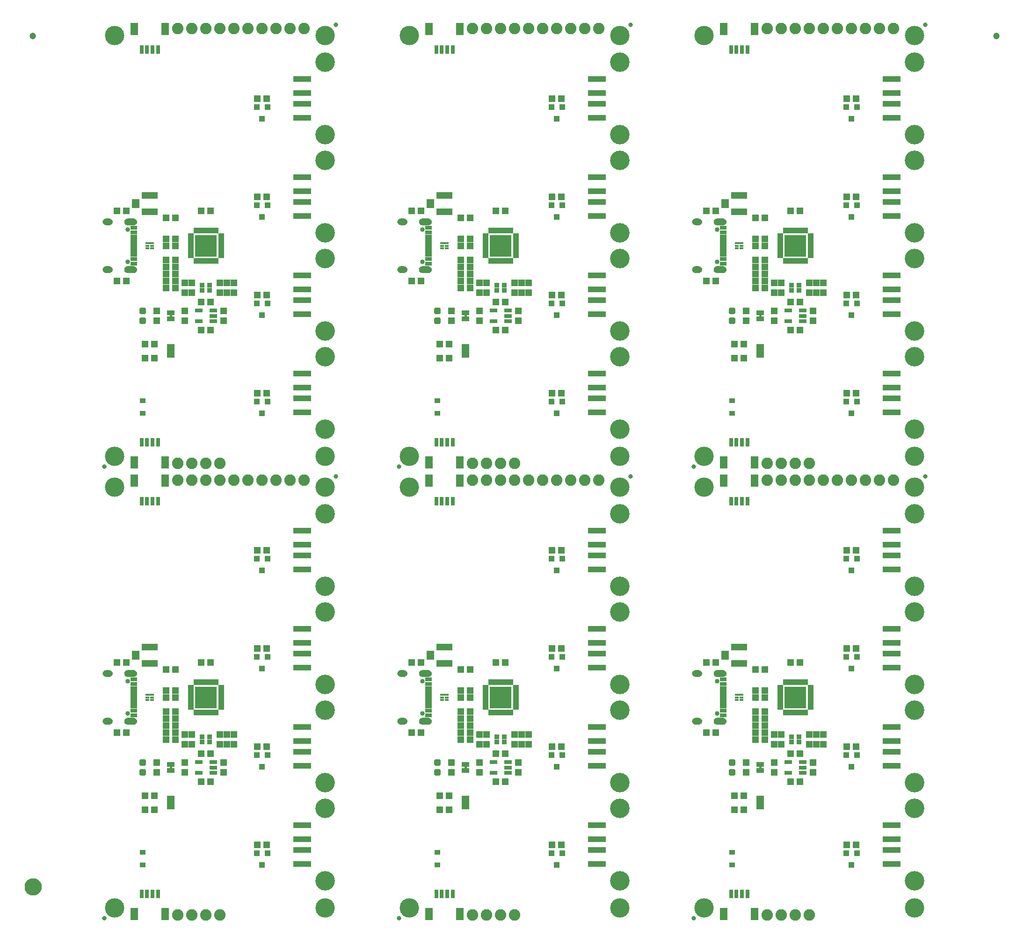
<source format=gts>
G04 EAGLE Gerber RS-274X export*
G75*
%MOMM*%
%FSLAX34Y34*%
%LPD*%
%INSoldermask Top*%
%IPPOS*%
%AMOC8*
5,1,8,0,0,1.08239X$1,22.5*%
G01*
%ADD10C,3.505200*%
%ADD11C,0.838200*%
%ADD12R,1.403200X2.203200*%
%ADD13R,0.803200X1.553200*%
%ADD14C,2.082800*%
%ADD15R,1.303200X1.203200*%
%ADD16R,1.203200X1.303200*%
%ADD17C,0.505344*%
%ADD18R,1.403200X0.753200*%
%ADD19R,1.203200X0.503200*%
%ADD20R,1.203200X0.803200*%
%ADD21C,0.853200*%
%ADD22R,0.813200X0.453200*%
%ADD23R,0.763200X0.453200*%
%ADD24R,1.473200X0.863600*%
%ADD25R,0.953200X0.903200*%
%ADD26R,1.103200X0.483200*%
%ADD27R,3.903200X3.903200*%
%ADD28R,0.483200X1.103200*%
%ADD29C,3.530600*%
%ADD30R,3.203200X1.103200*%
%ADD31R,3.003200X1.203200*%
%ADD32R,1.003200X1.103200*%
%ADD33R,1.473200X0.838200*%
%ADD34R,1.033200X0.833200*%
%ADD35C,1.203200*%
%ADD36C,1.270000*%
%ADD37C,1.703200*%

G36*
X1127104Y1261434D02*
X1127104Y1261434D01*
X1127107Y1261431D01*
X1128229Y1261586D01*
X1128234Y1261591D01*
X1128238Y1261588D01*
X1129309Y1261959D01*
X1129313Y1261965D01*
X1129318Y1261963D01*
X1130295Y1262536D01*
X1130298Y1262542D01*
X1130303Y1262541D01*
X1131150Y1263294D01*
X1131152Y1263301D01*
X1131157Y1263301D01*
X1131841Y1264204D01*
X1131841Y1264211D01*
X1131846Y1264212D01*
X1132341Y1265231D01*
X1132339Y1265238D01*
X1132344Y1265240D01*
X1132631Y1266337D01*
X1132629Y1266341D01*
X1132631Y1266342D01*
X1132629Y1266344D01*
X1132632Y1266346D01*
X1132699Y1267477D01*
X1132697Y1267481D01*
X1132699Y1267483D01*
X1132632Y1268614D01*
X1132627Y1268619D01*
X1132631Y1268623D01*
X1132344Y1269720D01*
X1132338Y1269724D01*
X1132341Y1269729D01*
X1131846Y1270748D01*
X1131840Y1270751D01*
X1131841Y1270756D01*
X1131157Y1271659D01*
X1131150Y1271661D01*
X1131150Y1271666D01*
X1130303Y1272419D01*
X1130296Y1272419D01*
X1130295Y1272424D01*
X1129318Y1272997D01*
X1129311Y1272996D01*
X1129309Y1273001D01*
X1128238Y1273372D01*
X1128232Y1273369D01*
X1128229Y1273374D01*
X1127107Y1273529D01*
X1127102Y1273526D01*
X1127100Y1273529D01*
X1115100Y1273529D01*
X1115095Y1273526D01*
X1115092Y1273529D01*
X1113825Y1273324D01*
X1113819Y1273318D01*
X1113815Y1273321D01*
X1112625Y1272839D01*
X1112621Y1272832D01*
X1112615Y1272834D01*
X1111562Y1272100D01*
X1111560Y1272092D01*
X1111554Y1272093D01*
X1110691Y1271143D01*
X1110690Y1271134D01*
X1110685Y1271134D01*
X1110055Y1270015D01*
X1110056Y1270007D01*
X1110050Y1270005D01*
X1109685Y1268775D01*
X1109688Y1268767D01*
X1109683Y1268764D01*
X1109601Y1267483D01*
X1109604Y1267479D01*
X1109601Y1267477D01*
X1109683Y1266196D01*
X1109689Y1266190D01*
X1109685Y1266185D01*
X1110050Y1264955D01*
X1110057Y1264950D01*
X1110055Y1264945D01*
X1110685Y1263826D01*
X1110692Y1263823D01*
X1110691Y1263817D01*
X1111554Y1262867D01*
X1111562Y1262866D01*
X1111562Y1262860D01*
X1112615Y1262126D01*
X1112623Y1262126D01*
X1112625Y1262121D01*
X1113815Y1261639D01*
X1113822Y1261641D01*
X1113825Y1261636D01*
X1115092Y1261431D01*
X1115097Y1261434D01*
X1115100Y1261431D01*
X1127100Y1261431D01*
X1127104Y1261434D01*
G37*
G36*
X60304Y1261434D02*
X60304Y1261434D01*
X60307Y1261431D01*
X61429Y1261586D01*
X61434Y1261591D01*
X61438Y1261588D01*
X62509Y1261959D01*
X62513Y1261965D01*
X62518Y1261963D01*
X63495Y1262536D01*
X63498Y1262542D01*
X63503Y1262541D01*
X64350Y1263294D01*
X64352Y1263301D01*
X64357Y1263301D01*
X65041Y1264204D01*
X65041Y1264211D01*
X65046Y1264212D01*
X65541Y1265231D01*
X65539Y1265238D01*
X65544Y1265240D01*
X65831Y1266337D01*
X65829Y1266341D01*
X65831Y1266342D01*
X65829Y1266344D01*
X65832Y1266346D01*
X65899Y1267477D01*
X65897Y1267481D01*
X65899Y1267483D01*
X65832Y1268614D01*
X65827Y1268619D01*
X65831Y1268623D01*
X65544Y1269720D01*
X65538Y1269724D01*
X65541Y1269729D01*
X65046Y1270748D01*
X65040Y1270751D01*
X65041Y1270756D01*
X64357Y1271659D01*
X64350Y1271661D01*
X64350Y1271666D01*
X63503Y1272419D01*
X63496Y1272419D01*
X63495Y1272424D01*
X62518Y1272997D01*
X62511Y1272996D01*
X62509Y1273001D01*
X61438Y1273372D01*
X61432Y1273369D01*
X61429Y1273374D01*
X60307Y1273529D01*
X60302Y1273526D01*
X60300Y1273529D01*
X48300Y1273529D01*
X48295Y1273526D01*
X48292Y1273529D01*
X47025Y1273324D01*
X47019Y1273318D01*
X47015Y1273321D01*
X45825Y1272839D01*
X45821Y1272832D01*
X45815Y1272834D01*
X44762Y1272100D01*
X44760Y1272092D01*
X44754Y1272093D01*
X43891Y1271143D01*
X43890Y1271134D01*
X43885Y1271134D01*
X43255Y1270015D01*
X43256Y1270007D01*
X43250Y1270005D01*
X42885Y1268775D01*
X42888Y1268767D01*
X42883Y1268764D01*
X42801Y1267483D01*
X42804Y1267479D01*
X42801Y1267477D01*
X42883Y1266196D01*
X42889Y1266190D01*
X42885Y1266185D01*
X43250Y1264955D01*
X43257Y1264950D01*
X43255Y1264945D01*
X43885Y1263826D01*
X43892Y1263823D01*
X43891Y1263817D01*
X44754Y1262867D01*
X44762Y1262866D01*
X44762Y1262860D01*
X45815Y1262126D01*
X45823Y1262126D01*
X45825Y1262121D01*
X47015Y1261639D01*
X47022Y1261641D01*
X47025Y1261636D01*
X48292Y1261431D01*
X48297Y1261434D01*
X48300Y1261431D01*
X60300Y1261431D01*
X60304Y1261434D01*
G37*
G36*
X593704Y1261434D02*
X593704Y1261434D01*
X593707Y1261431D01*
X594829Y1261586D01*
X594834Y1261591D01*
X594838Y1261588D01*
X595909Y1261959D01*
X595913Y1261965D01*
X595918Y1261963D01*
X596895Y1262536D01*
X596898Y1262542D01*
X596903Y1262541D01*
X597750Y1263294D01*
X597752Y1263301D01*
X597757Y1263301D01*
X598441Y1264204D01*
X598441Y1264211D01*
X598446Y1264212D01*
X598941Y1265231D01*
X598939Y1265238D01*
X598944Y1265240D01*
X599231Y1266337D01*
X599229Y1266341D01*
X599231Y1266342D01*
X599229Y1266344D01*
X599232Y1266346D01*
X599299Y1267477D01*
X599297Y1267481D01*
X599299Y1267483D01*
X599232Y1268614D01*
X599227Y1268619D01*
X599231Y1268623D01*
X598944Y1269720D01*
X598938Y1269724D01*
X598941Y1269729D01*
X598446Y1270748D01*
X598440Y1270751D01*
X598441Y1270756D01*
X597757Y1271659D01*
X597750Y1271661D01*
X597750Y1271666D01*
X596903Y1272419D01*
X596896Y1272419D01*
X596895Y1272424D01*
X595918Y1272997D01*
X595911Y1272996D01*
X595909Y1273001D01*
X594838Y1273372D01*
X594832Y1273369D01*
X594829Y1273374D01*
X593707Y1273529D01*
X593702Y1273526D01*
X593700Y1273529D01*
X581700Y1273529D01*
X581695Y1273526D01*
X581692Y1273529D01*
X580425Y1273324D01*
X580419Y1273318D01*
X580415Y1273321D01*
X579225Y1272839D01*
X579221Y1272832D01*
X579215Y1272834D01*
X578162Y1272100D01*
X578160Y1272092D01*
X578154Y1272093D01*
X577291Y1271143D01*
X577290Y1271134D01*
X577285Y1271134D01*
X576655Y1270015D01*
X576656Y1270007D01*
X576650Y1270005D01*
X576285Y1268775D01*
X576288Y1268767D01*
X576283Y1268764D01*
X576201Y1267483D01*
X576204Y1267479D01*
X576201Y1267477D01*
X576283Y1266196D01*
X576289Y1266190D01*
X576285Y1266185D01*
X576650Y1264955D01*
X576657Y1264950D01*
X576655Y1264945D01*
X577285Y1263826D01*
X577292Y1263823D01*
X577291Y1263817D01*
X578154Y1262867D01*
X578162Y1262866D01*
X578162Y1262860D01*
X579215Y1262126D01*
X579223Y1262126D01*
X579225Y1262121D01*
X580415Y1261639D01*
X580422Y1261641D01*
X580425Y1261636D01*
X581692Y1261431D01*
X581697Y1261434D01*
X581700Y1261431D01*
X593700Y1261431D01*
X593704Y1261434D01*
G37*
G36*
X60304Y1175034D02*
X60304Y1175034D01*
X60307Y1175031D01*
X61429Y1175186D01*
X61434Y1175191D01*
X61438Y1175188D01*
X62509Y1175559D01*
X62513Y1175565D01*
X62518Y1175563D01*
X63495Y1176136D01*
X63498Y1176142D01*
X63503Y1176141D01*
X64350Y1176894D01*
X64352Y1176901D01*
X64357Y1176901D01*
X65041Y1177804D01*
X65041Y1177811D01*
X65046Y1177812D01*
X65541Y1178831D01*
X65539Y1178838D01*
X65544Y1178840D01*
X65831Y1179937D01*
X65829Y1179941D01*
X65831Y1179942D01*
X65829Y1179944D01*
X65832Y1179946D01*
X65899Y1181077D01*
X65897Y1181081D01*
X65899Y1181083D01*
X65832Y1182214D01*
X65827Y1182219D01*
X65831Y1182223D01*
X65544Y1183320D01*
X65538Y1183324D01*
X65541Y1183329D01*
X65046Y1184348D01*
X65040Y1184351D01*
X65041Y1184356D01*
X64357Y1185259D01*
X64350Y1185261D01*
X64350Y1185266D01*
X63503Y1186019D01*
X63496Y1186019D01*
X63495Y1186024D01*
X62518Y1186597D01*
X62511Y1186596D01*
X62509Y1186601D01*
X61438Y1186972D01*
X61432Y1186969D01*
X61429Y1186974D01*
X60307Y1187129D01*
X60302Y1187126D01*
X60300Y1187129D01*
X48300Y1187129D01*
X48295Y1187126D01*
X48292Y1187129D01*
X47025Y1186924D01*
X47019Y1186918D01*
X47015Y1186921D01*
X45825Y1186439D01*
X45821Y1186432D01*
X45815Y1186434D01*
X44762Y1185700D01*
X44760Y1185692D01*
X44754Y1185693D01*
X43891Y1184743D01*
X43890Y1184734D01*
X43885Y1184734D01*
X43255Y1183615D01*
X43256Y1183607D01*
X43250Y1183605D01*
X42885Y1182375D01*
X42888Y1182367D01*
X42883Y1182364D01*
X42801Y1181083D01*
X42804Y1181079D01*
X42801Y1181077D01*
X42883Y1179796D01*
X42889Y1179790D01*
X42885Y1179785D01*
X43250Y1178555D01*
X43257Y1178550D01*
X43255Y1178545D01*
X43885Y1177426D01*
X43892Y1177423D01*
X43891Y1177417D01*
X44754Y1176467D01*
X44762Y1176466D01*
X44762Y1176460D01*
X45815Y1175726D01*
X45823Y1175726D01*
X45825Y1175721D01*
X47015Y1175239D01*
X47022Y1175241D01*
X47025Y1175236D01*
X48292Y1175031D01*
X48297Y1175034D01*
X48300Y1175031D01*
X60300Y1175031D01*
X60304Y1175034D01*
G37*
G36*
X1127104Y1175034D02*
X1127104Y1175034D01*
X1127107Y1175031D01*
X1128229Y1175186D01*
X1128234Y1175191D01*
X1128238Y1175188D01*
X1129309Y1175559D01*
X1129313Y1175565D01*
X1129318Y1175563D01*
X1130295Y1176136D01*
X1130298Y1176142D01*
X1130303Y1176141D01*
X1131150Y1176894D01*
X1131152Y1176901D01*
X1131157Y1176901D01*
X1131841Y1177804D01*
X1131841Y1177811D01*
X1131846Y1177812D01*
X1132341Y1178831D01*
X1132339Y1178838D01*
X1132344Y1178840D01*
X1132631Y1179937D01*
X1132629Y1179941D01*
X1132631Y1179942D01*
X1132629Y1179944D01*
X1132632Y1179946D01*
X1132699Y1181077D01*
X1132697Y1181081D01*
X1132699Y1181083D01*
X1132632Y1182214D01*
X1132627Y1182219D01*
X1132631Y1182223D01*
X1132344Y1183320D01*
X1132338Y1183324D01*
X1132341Y1183329D01*
X1131846Y1184348D01*
X1131840Y1184351D01*
X1131841Y1184356D01*
X1131157Y1185259D01*
X1131150Y1185261D01*
X1131150Y1185266D01*
X1130303Y1186019D01*
X1130296Y1186019D01*
X1130295Y1186024D01*
X1129318Y1186597D01*
X1129311Y1186596D01*
X1129309Y1186601D01*
X1128238Y1186972D01*
X1128232Y1186969D01*
X1128229Y1186974D01*
X1127107Y1187129D01*
X1127102Y1187126D01*
X1127100Y1187129D01*
X1115100Y1187129D01*
X1115095Y1187126D01*
X1115092Y1187129D01*
X1113825Y1186924D01*
X1113819Y1186918D01*
X1113815Y1186921D01*
X1112625Y1186439D01*
X1112621Y1186432D01*
X1112615Y1186434D01*
X1111562Y1185700D01*
X1111560Y1185692D01*
X1111554Y1185693D01*
X1110691Y1184743D01*
X1110690Y1184734D01*
X1110685Y1184734D01*
X1110055Y1183615D01*
X1110056Y1183607D01*
X1110050Y1183605D01*
X1109685Y1182375D01*
X1109688Y1182367D01*
X1109683Y1182364D01*
X1109601Y1181083D01*
X1109604Y1181079D01*
X1109601Y1181077D01*
X1109683Y1179796D01*
X1109689Y1179790D01*
X1109685Y1179785D01*
X1110050Y1178555D01*
X1110057Y1178550D01*
X1110055Y1178545D01*
X1110685Y1177426D01*
X1110692Y1177423D01*
X1110691Y1177417D01*
X1111554Y1176467D01*
X1111562Y1176466D01*
X1111562Y1176460D01*
X1112615Y1175726D01*
X1112623Y1175726D01*
X1112625Y1175721D01*
X1113815Y1175239D01*
X1113822Y1175241D01*
X1113825Y1175236D01*
X1115092Y1175031D01*
X1115097Y1175034D01*
X1115100Y1175031D01*
X1127100Y1175031D01*
X1127104Y1175034D01*
G37*
G36*
X593704Y1175034D02*
X593704Y1175034D01*
X593707Y1175031D01*
X594829Y1175186D01*
X594834Y1175191D01*
X594838Y1175188D01*
X595909Y1175559D01*
X595913Y1175565D01*
X595918Y1175563D01*
X596895Y1176136D01*
X596898Y1176142D01*
X596903Y1176141D01*
X597750Y1176894D01*
X597752Y1176901D01*
X597757Y1176901D01*
X598441Y1177804D01*
X598441Y1177811D01*
X598446Y1177812D01*
X598941Y1178831D01*
X598939Y1178838D01*
X598944Y1178840D01*
X599231Y1179937D01*
X599229Y1179941D01*
X599231Y1179942D01*
X599229Y1179944D01*
X599232Y1179946D01*
X599299Y1181077D01*
X599297Y1181081D01*
X599299Y1181083D01*
X599232Y1182214D01*
X599227Y1182219D01*
X599231Y1182223D01*
X598944Y1183320D01*
X598938Y1183324D01*
X598941Y1183329D01*
X598446Y1184348D01*
X598440Y1184351D01*
X598441Y1184356D01*
X597757Y1185259D01*
X597750Y1185261D01*
X597750Y1185266D01*
X596903Y1186019D01*
X596896Y1186019D01*
X596895Y1186024D01*
X595918Y1186597D01*
X595911Y1186596D01*
X595909Y1186601D01*
X594838Y1186972D01*
X594832Y1186969D01*
X594829Y1186974D01*
X593707Y1187129D01*
X593702Y1187126D01*
X593700Y1187129D01*
X581700Y1187129D01*
X581695Y1187126D01*
X581692Y1187129D01*
X580425Y1186924D01*
X580419Y1186918D01*
X580415Y1186921D01*
X579225Y1186439D01*
X579221Y1186432D01*
X579215Y1186434D01*
X578162Y1185700D01*
X578160Y1185692D01*
X578154Y1185693D01*
X577291Y1184743D01*
X577290Y1184734D01*
X577285Y1184734D01*
X576655Y1183615D01*
X576656Y1183607D01*
X576650Y1183605D01*
X576285Y1182375D01*
X576288Y1182367D01*
X576283Y1182364D01*
X576201Y1181083D01*
X576204Y1181079D01*
X576201Y1181077D01*
X576283Y1179796D01*
X576289Y1179790D01*
X576285Y1179785D01*
X576650Y1178555D01*
X576657Y1178550D01*
X576655Y1178545D01*
X577285Y1177426D01*
X577292Y1177423D01*
X577291Y1177417D01*
X578154Y1176467D01*
X578162Y1176466D01*
X578162Y1176460D01*
X579215Y1175726D01*
X579223Y1175726D01*
X579225Y1175721D01*
X580415Y1175239D01*
X580422Y1175241D01*
X580425Y1175236D01*
X581692Y1175031D01*
X581697Y1175034D01*
X581700Y1175031D01*
X593700Y1175031D01*
X593704Y1175034D01*
G37*
G36*
X1127104Y443554D02*
X1127104Y443554D01*
X1127107Y443551D01*
X1128229Y443706D01*
X1128234Y443711D01*
X1128238Y443708D01*
X1129309Y444079D01*
X1129313Y444085D01*
X1129318Y444083D01*
X1130295Y444656D01*
X1130298Y444662D01*
X1130303Y444661D01*
X1131150Y445414D01*
X1131152Y445421D01*
X1131157Y445421D01*
X1131841Y446324D01*
X1131841Y446331D01*
X1131846Y446332D01*
X1132341Y447351D01*
X1132339Y447358D01*
X1132344Y447360D01*
X1132631Y448457D01*
X1132629Y448461D01*
X1132631Y448462D01*
X1132629Y448464D01*
X1132632Y448466D01*
X1132699Y449597D01*
X1132697Y449601D01*
X1132699Y449603D01*
X1132632Y450734D01*
X1132627Y450739D01*
X1132631Y450743D01*
X1132344Y451840D01*
X1132338Y451844D01*
X1132341Y451849D01*
X1131846Y452868D01*
X1131840Y452871D01*
X1131841Y452876D01*
X1131157Y453779D01*
X1131150Y453781D01*
X1131150Y453786D01*
X1130303Y454539D01*
X1130296Y454539D01*
X1130295Y454544D01*
X1129318Y455117D01*
X1129311Y455116D01*
X1129309Y455121D01*
X1128238Y455492D01*
X1128232Y455489D01*
X1128229Y455494D01*
X1127107Y455649D01*
X1127102Y455646D01*
X1127100Y455649D01*
X1115100Y455649D01*
X1115095Y455646D01*
X1115092Y455649D01*
X1113825Y455444D01*
X1113819Y455438D01*
X1113815Y455441D01*
X1112625Y454959D01*
X1112621Y454952D01*
X1112615Y454954D01*
X1111562Y454220D01*
X1111560Y454212D01*
X1111554Y454213D01*
X1110691Y453263D01*
X1110690Y453254D01*
X1110685Y453254D01*
X1110055Y452135D01*
X1110056Y452127D01*
X1110050Y452125D01*
X1109685Y450895D01*
X1109688Y450887D01*
X1109683Y450884D01*
X1109601Y449603D01*
X1109604Y449599D01*
X1109601Y449597D01*
X1109683Y448316D01*
X1109689Y448310D01*
X1109685Y448305D01*
X1110050Y447075D01*
X1110057Y447070D01*
X1110055Y447065D01*
X1110685Y445946D01*
X1110692Y445943D01*
X1110691Y445937D01*
X1111554Y444987D01*
X1111562Y444986D01*
X1111562Y444980D01*
X1112615Y444246D01*
X1112623Y444246D01*
X1112625Y444241D01*
X1113815Y443759D01*
X1113822Y443761D01*
X1113825Y443756D01*
X1115092Y443551D01*
X1115097Y443554D01*
X1115100Y443551D01*
X1127100Y443551D01*
X1127104Y443554D01*
G37*
G36*
X593704Y443554D02*
X593704Y443554D01*
X593707Y443551D01*
X594829Y443706D01*
X594834Y443711D01*
X594838Y443708D01*
X595909Y444079D01*
X595913Y444085D01*
X595918Y444083D01*
X596895Y444656D01*
X596898Y444662D01*
X596903Y444661D01*
X597750Y445414D01*
X597752Y445421D01*
X597757Y445421D01*
X598441Y446324D01*
X598441Y446331D01*
X598446Y446332D01*
X598941Y447351D01*
X598939Y447358D01*
X598944Y447360D01*
X599231Y448457D01*
X599229Y448461D01*
X599231Y448462D01*
X599229Y448464D01*
X599232Y448466D01*
X599299Y449597D01*
X599297Y449601D01*
X599299Y449603D01*
X599232Y450734D01*
X599227Y450739D01*
X599231Y450743D01*
X598944Y451840D01*
X598938Y451844D01*
X598941Y451849D01*
X598446Y452868D01*
X598440Y452871D01*
X598441Y452876D01*
X597757Y453779D01*
X597750Y453781D01*
X597750Y453786D01*
X596903Y454539D01*
X596896Y454539D01*
X596895Y454544D01*
X595918Y455117D01*
X595911Y455116D01*
X595909Y455121D01*
X594838Y455492D01*
X594832Y455489D01*
X594829Y455494D01*
X593707Y455649D01*
X593702Y455646D01*
X593700Y455649D01*
X581700Y455649D01*
X581695Y455646D01*
X581692Y455649D01*
X580425Y455444D01*
X580419Y455438D01*
X580415Y455441D01*
X579225Y454959D01*
X579221Y454952D01*
X579215Y454954D01*
X578162Y454220D01*
X578160Y454212D01*
X578154Y454213D01*
X577291Y453263D01*
X577290Y453254D01*
X577285Y453254D01*
X576655Y452135D01*
X576656Y452127D01*
X576650Y452125D01*
X576285Y450895D01*
X576288Y450887D01*
X576283Y450884D01*
X576201Y449603D01*
X576204Y449599D01*
X576201Y449597D01*
X576283Y448316D01*
X576289Y448310D01*
X576285Y448305D01*
X576650Y447075D01*
X576657Y447070D01*
X576655Y447065D01*
X577285Y445946D01*
X577292Y445943D01*
X577291Y445937D01*
X578154Y444987D01*
X578162Y444986D01*
X578162Y444980D01*
X579215Y444246D01*
X579223Y444246D01*
X579225Y444241D01*
X580415Y443759D01*
X580422Y443761D01*
X580425Y443756D01*
X581692Y443551D01*
X581697Y443554D01*
X581700Y443551D01*
X593700Y443551D01*
X593704Y443554D01*
G37*
G36*
X60304Y443554D02*
X60304Y443554D01*
X60307Y443551D01*
X61429Y443706D01*
X61434Y443711D01*
X61438Y443708D01*
X62509Y444079D01*
X62513Y444085D01*
X62518Y444083D01*
X63495Y444656D01*
X63498Y444662D01*
X63503Y444661D01*
X64350Y445414D01*
X64352Y445421D01*
X64357Y445421D01*
X65041Y446324D01*
X65041Y446331D01*
X65046Y446332D01*
X65541Y447351D01*
X65539Y447358D01*
X65544Y447360D01*
X65831Y448457D01*
X65829Y448461D01*
X65831Y448462D01*
X65829Y448464D01*
X65832Y448466D01*
X65899Y449597D01*
X65897Y449601D01*
X65899Y449603D01*
X65832Y450734D01*
X65827Y450739D01*
X65831Y450743D01*
X65544Y451840D01*
X65538Y451844D01*
X65541Y451849D01*
X65046Y452868D01*
X65040Y452871D01*
X65041Y452876D01*
X64357Y453779D01*
X64350Y453781D01*
X64350Y453786D01*
X63503Y454539D01*
X63496Y454539D01*
X63495Y454544D01*
X62518Y455117D01*
X62511Y455116D01*
X62509Y455121D01*
X61438Y455492D01*
X61432Y455489D01*
X61429Y455494D01*
X60307Y455649D01*
X60302Y455646D01*
X60300Y455649D01*
X48300Y455649D01*
X48295Y455646D01*
X48292Y455649D01*
X47025Y455444D01*
X47019Y455438D01*
X47015Y455441D01*
X45825Y454959D01*
X45821Y454952D01*
X45815Y454954D01*
X44762Y454220D01*
X44760Y454212D01*
X44754Y454213D01*
X43891Y453263D01*
X43890Y453254D01*
X43885Y453254D01*
X43255Y452135D01*
X43256Y452127D01*
X43250Y452125D01*
X42885Y450895D01*
X42888Y450887D01*
X42883Y450884D01*
X42801Y449603D01*
X42804Y449599D01*
X42801Y449597D01*
X42883Y448316D01*
X42889Y448310D01*
X42885Y448305D01*
X43250Y447075D01*
X43257Y447070D01*
X43255Y447065D01*
X43885Y445946D01*
X43892Y445943D01*
X43891Y445937D01*
X44754Y444987D01*
X44762Y444986D01*
X44762Y444980D01*
X45815Y444246D01*
X45823Y444246D01*
X45825Y444241D01*
X47015Y443759D01*
X47022Y443761D01*
X47025Y443756D01*
X48292Y443551D01*
X48297Y443554D01*
X48300Y443551D01*
X60300Y443551D01*
X60304Y443554D01*
G37*
G36*
X593704Y357154D02*
X593704Y357154D01*
X593707Y357151D01*
X594829Y357306D01*
X594834Y357311D01*
X594838Y357308D01*
X595909Y357679D01*
X595913Y357685D01*
X595918Y357683D01*
X596895Y358256D01*
X596898Y358262D01*
X596903Y358261D01*
X597750Y359014D01*
X597752Y359021D01*
X597757Y359021D01*
X598441Y359924D01*
X598441Y359931D01*
X598446Y359932D01*
X598941Y360951D01*
X598939Y360958D01*
X598944Y360960D01*
X599231Y362057D01*
X599229Y362061D01*
X599231Y362062D01*
X599229Y362064D01*
X599232Y362066D01*
X599299Y363197D01*
X599297Y363201D01*
X599299Y363203D01*
X599232Y364334D01*
X599227Y364339D01*
X599231Y364343D01*
X598944Y365440D01*
X598938Y365444D01*
X598941Y365449D01*
X598446Y366468D01*
X598440Y366471D01*
X598441Y366476D01*
X597757Y367379D01*
X597750Y367381D01*
X597750Y367386D01*
X596903Y368139D01*
X596896Y368139D01*
X596895Y368144D01*
X595918Y368717D01*
X595911Y368716D01*
X595909Y368721D01*
X594838Y369092D01*
X594832Y369089D01*
X594829Y369094D01*
X593707Y369249D01*
X593702Y369246D01*
X593700Y369249D01*
X581700Y369249D01*
X581695Y369246D01*
X581692Y369249D01*
X580425Y369044D01*
X580419Y369038D01*
X580415Y369041D01*
X579225Y368559D01*
X579221Y368552D01*
X579215Y368554D01*
X578162Y367820D01*
X578160Y367812D01*
X578154Y367813D01*
X577291Y366863D01*
X577290Y366854D01*
X577285Y366854D01*
X576655Y365735D01*
X576656Y365727D01*
X576650Y365725D01*
X576285Y364495D01*
X576288Y364487D01*
X576283Y364484D01*
X576201Y363203D01*
X576204Y363199D01*
X576201Y363197D01*
X576283Y361916D01*
X576289Y361910D01*
X576285Y361905D01*
X576650Y360675D01*
X576657Y360670D01*
X576655Y360665D01*
X577285Y359546D01*
X577292Y359543D01*
X577291Y359537D01*
X578154Y358587D01*
X578162Y358586D01*
X578162Y358580D01*
X579215Y357846D01*
X579223Y357846D01*
X579225Y357841D01*
X580415Y357359D01*
X580422Y357361D01*
X580425Y357356D01*
X581692Y357151D01*
X581697Y357154D01*
X581700Y357151D01*
X593700Y357151D01*
X593704Y357154D01*
G37*
G36*
X1127104Y357154D02*
X1127104Y357154D01*
X1127107Y357151D01*
X1128229Y357306D01*
X1128234Y357311D01*
X1128238Y357308D01*
X1129309Y357679D01*
X1129313Y357685D01*
X1129318Y357683D01*
X1130295Y358256D01*
X1130298Y358262D01*
X1130303Y358261D01*
X1131150Y359014D01*
X1131152Y359021D01*
X1131157Y359021D01*
X1131841Y359924D01*
X1131841Y359931D01*
X1131846Y359932D01*
X1132341Y360951D01*
X1132339Y360958D01*
X1132344Y360960D01*
X1132631Y362057D01*
X1132629Y362061D01*
X1132631Y362062D01*
X1132629Y362064D01*
X1132632Y362066D01*
X1132699Y363197D01*
X1132697Y363201D01*
X1132699Y363203D01*
X1132632Y364334D01*
X1132627Y364339D01*
X1132631Y364343D01*
X1132344Y365440D01*
X1132338Y365444D01*
X1132341Y365449D01*
X1131846Y366468D01*
X1131840Y366471D01*
X1131841Y366476D01*
X1131157Y367379D01*
X1131150Y367381D01*
X1131150Y367386D01*
X1130303Y368139D01*
X1130296Y368139D01*
X1130295Y368144D01*
X1129318Y368717D01*
X1129311Y368716D01*
X1129309Y368721D01*
X1128238Y369092D01*
X1128232Y369089D01*
X1128229Y369094D01*
X1127107Y369249D01*
X1127102Y369246D01*
X1127100Y369249D01*
X1115100Y369249D01*
X1115095Y369246D01*
X1115092Y369249D01*
X1113825Y369044D01*
X1113819Y369038D01*
X1113815Y369041D01*
X1112625Y368559D01*
X1112621Y368552D01*
X1112615Y368554D01*
X1111562Y367820D01*
X1111560Y367812D01*
X1111554Y367813D01*
X1110691Y366863D01*
X1110690Y366854D01*
X1110685Y366854D01*
X1110055Y365735D01*
X1110056Y365727D01*
X1110050Y365725D01*
X1109685Y364495D01*
X1109688Y364487D01*
X1109683Y364484D01*
X1109601Y363203D01*
X1109604Y363199D01*
X1109601Y363197D01*
X1109683Y361916D01*
X1109689Y361910D01*
X1109685Y361905D01*
X1110050Y360675D01*
X1110057Y360670D01*
X1110055Y360665D01*
X1110685Y359546D01*
X1110692Y359543D01*
X1110691Y359537D01*
X1111554Y358587D01*
X1111562Y358586D01*
X1111562Y358580D01*
X1112615Y357846D01*
X1112623Y357846D01*
X1112625Y357841D01*
X1113815Y357359D01*
X1113822Y357361D01*
X1113825Y357356D01*
X1115092Y357151D01*
X1115097Y357154D01*
X1115100Y357151D01*
X1127100Y357151D01*
X1127104Y357154D01*
G37*
G36*
X60304Y357154D02*
X60304Y357154D01*
X60307Y357151D01*
X61429Y357306D01*
X61434Y357311D01*
X61438Y357308D01*
X62509Y357679D01*
X62513Y357685D01*
X62518Y357683D01*
X63495Y358256D01*
X63498Y358262D01*
X63503Y358261D01*
X64350Y359014D01*
X64352Y359021D01*
X64357Y359021D01*
X65041Y359924D01*
X65041Y359931D01*
X65046Y359932D01*
X65541Y360951D01*
X65539Y360958D01*
X65544Y360960D01*
X65831Y362057D01*
X65829Y362061D01*
X65831Y362062D01*
X65829Y362064D01*
X65832Y362066D01*
X65899Y363197D01*
X65897Y363201D01*
X65899Y363203D01*
X65832Y364334D01*
X65827Y364339D01*
X65831Y364343D01*
X65544Y365440D01*
X65538Y365444D01*
X65541Y365449D01*
X65046Y366468D01*
X65040Y366471D01*
X65041Y366476D01*
X64357Y367379D01*
X64350Y367381D01*
X64350Y367386D01*
X63503Y368139D01*
X63496Y368139D01*
X63495Y368144D01*
X62518Y368717D01*
X62511Y368716D01*
X62509Y368721D01*
X61438Y369092D01*
X61432Y369089D01*
X61429Y369094D01*
X60307Y369249D01*
X60302Y369246D01*
X60300Y369249D01*
X48300Y369249D01*
X48295Y369246D01*
X48292Y369249D01*
X47025Y369044D01*
X47019Y369038D01*
X47015Y369041D01*
X45825Y368559D01*
X45821Y368552D01*
X45815Y368554D01*
X44762Y367820D01*
X44760Y367812D01*
X44754Y367813D01*
X43891Y366863D01*
X43890Y366854D01*
X43885Y366854D01*
X43255Y365735D01*
X43256Y365727D01*
X43250Y365725D01*
X42885Y364495D01*
X42888Y364487D01*
X42883Y364484D01*
X42801Y363203D01*
X42804Y363199D01*
X42801Y363197D01*
X42883Y361916D01*
X42889Y361910D01*
X42885Y361905D01*
X43250Y360675D01*
X43257Y360670D01*
X43255Y360665D01*
X43885Y359546D01*
X43892Y359543D01*
X43891Y359537D01*
X44754Y358587D01*
X44762Y358586D01*
X44762Y358580D01*
X45815Y357846D01*
X45823Y357846D01*
X45825Y357841D01*
X47015Y357359D01*
X47022Y357361D01*
X47025Y357356D01*
X48292Y357151D01*
X48297Y357154D01*
X48300Y357151D01*
X60300Y357151D01*
X60304Y357154D01*
G37*
G36*
X548903Y1261433D02*
X548903Y1261433D01*
X548905Y1261431D01*
X550081Y1261542D01*
X550086Y1261547D01*
X550090Y1261544D01*
X551222Y1261882D01*
X551226Y1261888D01*
X551231Y1261886D01*
X552275Y1262438D01*
X552278Y1262445D01*
X552283Y1262443D01*
X553199Y1263189D01*
X553200Y1263196D01*
X553206Y1263196D01*
X553959Y1264106D01*
X553959Y1264113D01*
X553964Y1264114D01*
X554525Y1265153D01*
X554524Y1265158D01*
X554528Y1265160D01*
X554527Y1265161D01*
X554529Y1265162D01*
X554876Y1266291D01*
X554876Y1266292D01*
X554877Y1266293D01*
X554874Y1266297D01*
X554878Y1266300D01*
X554999Y1267475D01*
X554995Y1267482D01*
X554999Y1267486D01*
X554842Y1268826D01*
X554837Y1268832D01*
X554840Y1268837D01*
X554389Y1270108D01*
X554382Y1270113D01*
X554384Y1270118D01*
X553662Y1271257D01*
X553654Y1271260D01*
X553655Y1271266D01*
X552697Y1272216D01*
X552689Y1272217D01*
X552688Y1272223D01*
X551543Y1272936D01*
X551535Y1272935D01*
X551533Y1272941D01*
X550257Y1273381D01*
X550250Y1273379D01*
X550247Y1273383D01*
X548905Y1273529D01*
X548902Y1273527D01*
X548900Y1273529D01*
X542900Y1273529D01*
X542897Y1273527D01*
X542894Y1273529D01*
X541565Y1273374D01*
X541559Y1273368D01*
X541555Y1273371D01*
X540294Y1272924D01*
X540289Y1272917D01*
X540284Y1272919D01*
X539154Y1272202D01*
X539151Y1272195D01*
X539145Y1272196D01*
X538203Y1271246D01*
X538202Y1271237D01*
X538196Y1271237D01*
X537489Y1270101D01*
X537490Y1270093D01*
X537484Y1270091D01*
X537048Y1268826D01*
X537050Y1268818D01*
X537045Y1268816D01*
X536901Y1267485D01*
X536905Y1267479D01*
X536901Y1267475D01*
X537011Y1266309D01*
X537016Y1266304D01*
X537013Y1266300D01*
X537348Y1265177D01*
X537354Y1265173D01*
X537352Y1265169D01*
X537900Y1264133D01*
X537906Y1264130D01*
X537905Y1264125D01*
X538644Y1263217D01*
X538651Y1263215D01*
X538651Y1263210D01*
X539553Y1262463D01*
X539561Y1262463D01*
X539561Y1262458D01*
X540592Y1261901D01*
X540599Y1261902D01*
X540601Y1261897D01*
X541720Y1261553D01*
X541727Y1261555D01*
X541730Y1261551D01*
X542895Y1261431D01*
X542898Y1261433D01*
X542900Y1261431D01*
X548900Y1261431D01*
X548903Y1261433D01*
G37*
G36*
X1082303Y1261433D02*
X1082303Y1261433D01*
X1082305Y1261431D01*
X1083481Y1261542D01*
X1083486Y1261547D01*
X1083490Y1261544D01*
X1084622Y1261882D01*
X1084626Y1261888D01*
X1084631Y1261886D01*
X1085675Y1262438D01*
X1085678Y1262445D01*
X1085683Y1262443D01*
X1086599Y1263189D01*
X1086600Y1263196D01*
X1086606Y1263196D01*
X1087359Y1264106D01*
X1087359Y1264113D01*
X1087364Y1264114D01*
X1087925Y1265153D01*
X1087924Y1265158D01*
X1087928Y1265160D01*
X1087927Y1265161D01*
X1087929Y1265162D01*
X1088276Y1266291D01*
X1088276Y1266292D01*
X1088277Y1266293D01*
X1088274Y1266297D01*
X1088278Y1266300D01*
X1088399Y1267475D01*
X1088395Y1267482D01*
X1088399Y1267486D01*
X1088242Y1268826D01*
X1088237Y1268832D01*
X1088240Y1268837D01*
X1087789Y1270108D01*
X1087782Y1270113D01*
X1087784Y1270118D01*
X1087062Y1271257D01*
X1087054Y1271260D01*
X1087055Y1271266D01*
X1086097Y1272216D01*
X1086089Y1272217D01*
X1086088Y1272223D01*
X1084943Y1272936D01*
X1084935Y1272935D01*
X1084933Y1272941D01*
X1083657Y1273381D01*
X1083650Y1273379D01*
X1083647Y1273383D01*
X1082305Y1273529D01*
X1082302Y1273527D01*
X1082300Y1273529D01*
X1076300Y1273529D01*
X1076297Y1273527D01*
X1076294Y1273529D01*
X1074965Y1273374D01*
X1074959Y1273368D01*
X1074955Y1273371D01*
X1073694Y1272924D01*
X1073689Y1272917D01*
X1073684Y1272919D01*
X1072554Y1272202D01*
X1072551Y1272195D01*
X1072545Y1272196D01*
X1071603Y1271246D01*
X1071602Y1271237D01*
X1071596Y1271237D01*
X1070889Y1270101D01*
X1070890Y1270093D01*
X1070884Y1270091D01*
X1070448Y1268826D01*
X1070450Y1268818D01*
X1070445Y1268816D01*
X1070301Y1267485D01*
X1070305Y1267479D01*
X1070301Y1267475D01*
X1070411Y1266309D01*
X1070416Y1266304D01*
X1070413Y1266300D01*
X1070748Y1265177D01*
X1070754Y1265173D01*
X1070752Y1265169D01*
X1071300Y1264133D01*
X1071306Y1264130D01*
X1071305Y1264125D01*
X1072044Y1263217D01*
X1072051Y1263215D01*
X1072051Y1263210D01*
X1072953Y1262463D01*
X1072961Y1262463D01*
X1072961Y1262458D01*
X1073992Y1261901D01*
X1073999Y1261902D01*
X1074001Y1261897D01*
X1075120Y1261553D01*
X1075127Y1261555D01*
X1075130Y1261551D01*
X1076295Y1261431D01*
X1076298Y1261433D01*
X1076300Y1261431D01*
X1082300Y1261431D01*
X1082303Y1261433D01*
G37*
G36*
X15503Y1261433D02*
X15503Y1261433D01*
X15505Y1261431D01*
X16681Y1261542D01*
X16686Y1261547D01*
X16690Y1261544D01*
X17822Y1261882D01*
X17826Y1261888D01*
X17831Y1261886D01*
X18875Y1262438D01*
X18878Y1262445D01*
X18883Y1262443D01*
X19799Y1263189D01*
X19800Y1263196D01*
X19806Y1263196D01*
X20559Y1264106D01*
X20559Y1264113D01*
X20564Y1264114D01*
X21125Y1265153D01*
X21124Y1265158D01*
X21128Y1265160D01*
X21127Y1265161D01*
X21129Y1265162D01*
X21476Y1266291D01*
X21476Y1266292D01*
X21477Y1266293D01*
X21474Y1266297D01*
X21478Y1266300D01*
X21599Y1267475D01*
X21595Y1267482D01*
X21599Y1267486D01*
X21442Y1268826D01*
X21437Y1268832D01*
X21440Y1268837D01*
X20989Y1270108D01*
X20982Y1270113D01*
X20984Y1270118D01*
X20262Y1271257D01*
X20254Y1271260D01*
X20255Y1271266D01*
X19297Y1272216D01*
X19289Y1272217D01*
X19288Y1272223D01*
X18143Y1272936D01*
X18135Y1272935D01*
X18133Y1272941D01*
X16857Y1273381D01*
X16850Y1273379D01*
X16847Y1273383D01*
X15505Y1273529D01*
X15502Y1273527D01*
X15500Y1273529D01*
X9500Y1273529D01*
X9497Y1273527D01*
X9494Y1273529D01*
X8165Y1273374D01*
X8159Y1273368D01*
X8155Y1273371D01*
X6894Y1272924D01*
X6889Y1272917D01*
X6884Y1272919D01*
X5754Y1272202D01*
X5751Y1272195D01*
X5745Y1272196D01*
X4803Y1271246D01*
X4802Y1271237D01*
X4796Y1271237D01*
X4089Y1270101D01*
X4090Y1270093D01*
X4084Y1270091D01*
X3648Y1268826D01*
X3650Y1268818D01*
X3645Y1268816D01*
X3501Y1267485D01*
X3505Y1267479D01*
X3501Y1267475D01*
X3611Y1266309D01*
X3616Y1266304D01*
X3613Y1266300D01*
X3948Y1265177D01*
X3954Y1265173D01*
X3952Y1265169D01*
X4500Y1264133D01*
X4506Y1264130D01*
X4505Y1264125D01*
X5244Y1263217D01*
X5251Y1263215D01*
X5251Y1263210D01*
X6153Y1262463D01*
X6161Y1262463D01*
X6161Y1262458D01*
X7192Y1261901D01*
X7199Y1261902D01*
X7201Y1261897D01*
X8320Y1261553D01*
X8327Y1261555D01*
X8330Y1261551D01*
X9495Y1261431D01*
X9498Y1261433D01*
X9500Y1261431D01*
X15500Y1261431D01*
X15503Y1261433D01*
G37*
G36*
X1082303Y1175033D02*
X1082303Y1175033D01*
X1082305Y1175031D01*
X1083481Y1175142D01*
X1083486Y1175147D01*
X1083490Y1175144D01*
X1084622Y1175482D01*
X1084626Y1175488D01*
X1084631Y1175486D01*
X1085675Y1176038D01*
X1085678Y1176045D01*
X1085683Y1176043D01*
X1086599Y1176789D01*
X1086600Y1176796D01*
X1086606Y1176796D01*
X1087359Y1177706D01*
X1087359Y1177713D01*
X1087364Y1177714D01*
X1087925Y1178753D01*
X1087924Y1178758D01*
X1087928Y1178760D01*
X1087927Y1178761D01*
X1087929Y1178762D01*
X1088276Y1179891D01*
X1088276Y1179892D01*
X1088277Y1179893D01*
X1088274Y1179897D01*
X1088278Y1179900D01*
X1088399Y1181075D01*
X1088395Y1181082D01*
X1088399Y1181086D01*
X1088242Y1182426D01*
X1088237Y1182432D01*
X1088240Y1182437D01*
X1087789Y1183708D01*
X1087782Y1183713D01*
X1087784Y1183718D01*
X1087062Y1184857D01*
X1087054Y1184860D01*
X1087055Y1184866D01*
X1086097Y1185816D01*
X1086089Y1185817D01*
X1086088Y1185823D01*
X1084943Y1186536D01*
X1084935Y1186535D01*
X1084933Y1186541D01*
X1083657Y1186981D01*
X1083650Y1186979D01*
X1083647Y1186983D01*
X1082305Y1187129D01*
X1082302Y1187127D01*
X1082300Y1187129D01*
X1076300Y1187129D01*
X1076297Y1187127D01*
X1076294Y1187129D01*
X1074965Y1186974D01*
X1074959Y1186968D01*
X1074955Y1186971D01*
X1073694Y1186524D01*
X1073689Y1186517D01*
X1073684Y1186519D01*
X1072554Y1185802D01*
X1072551Y1185795D01*
X1072545Y1185796D01*
X1071603Y1184846D01*
X1071602Y1184837D01*
X1071596Y1184837D01*
X1070889Y1183701D01*
X1070890Y1183693D01*
X1070884Y1183691D01*
X1070448Y1182426D01*
X1070450Y1182418D01*
X1070445Y1182416D01*
X1070301Y1181085D01*
X1070305Y1181079D01*
X1070301Y1181075D01*
X1070411Y1179909D01*
X1070416Y1179904D01*
X1070413Y1179900D01*
X1070748Y1178777D01*
X1070754Y1178773D01*
X1070752Y1178769D01*
X1071300Y1177733D01*
X1071306Y1177730D01*
X1071305Y1177725D01*
X1072044Y1176817D01*
X1072051Y1176815D01*
X1072051Y1176810D01*
X1072953Y1176063D01*
X1072961Y1176063D01*
X1072961Y1176058D01*
X1073992Y1175501D01*
X1073999Y1175502D01*
X1074001Y1175497D01*
X1075120Y1175153D01*
X1075127Y1175155D01*
X1075130Y1175151D01*
X1076295Y1175031D01*
X1076298Y1175033D01*
X1076300Y1175031D01*
X1082300Y1175031D01*
X1082303Y1175033D01*
G37*
G36*
X15503Y1175033D02*
X15503Y1175033D01*
X15505Y1175031D01*
X16681Y1175142D01*
X16686Y1175147D01*
X16690Y1175144D01*
X17822Y1175482D01*
X17826Y1175488D01*
X17831Y1175486D01*
X18875Y1176038D01*
X18878Y1176045D01*
X18883Y1176043D01*
X19799Y1176789D01*
X19800Y1176796D01*
X19806Y1176796D01*
X20559Y1177706D01*
X20559Y1177713D01*
X20564Y1177714D01*
X21125Y1178753D01*
X21124Y1178758D01*
X21128Y1178760D01*
X21127Y1178761D01*
X21129Y1178762D01*
X21476Y1179891D01*
X21476Y1179892D01*
X21477Y1179893D01*
X21474Y1179897D01*
X21478Y1179900D01*
X21599Y1181075D01*
X21595Y1181082D01*
X21599Y1181086D01*
X21442Y1182426D01*
X21437Y1182432D01*
X21440Y1182437D01*
X20989Y1183708D01*
X20982Y1183713D01*
X20984Y1183718D01*
X20262Y1184857D01*
X20254Y1184860D01*
X20255Y1184866D01*
X19297Y1185816D01*
X19289Y1185817D01*
X19288Y1185823D01*
X18143Y1186536D01*
X18135Y1186535D01*
X18133Y1186541D01*
X16857Y1186981D01*
X16850Y1186979D01*
X16847Y1186983D01*
X15505Y1187129D01*
X15502Y1187127D01*
X15500Y1187129D01*
X9500Y1187129D01*
X9497Y1187127D01*
X9494Y1187129D01*
X8165Y1186974D01*
X8159Y1186968D01*
X8155Y1186971D01*
X6894Y1186524D01*
X6889Y1186517D01*
X6884Y1186519D01*
X5754Y1185802D01*
X5751Y1185795D01*
X5745Y1185796D01*
X4803Y1184846D01*
X4802Y1184837D01*
X4796Y1184837D01*
X4089Y1183701D01*
X4090Y1183693D01*
X4084Y1183691D01*
X3648Y1182426D01*
X3650Y1182418D01*
X3645Y1182416D01*
X3501Y1181085D01*
X3505Y1181079D01*
X3501Y1181075D01*
X3611Y1179909D01*
X3616Y1179904D01*
X3613Y1179900D01*
X3948Y1178777D01*
X3954Y1178773D01*
X3952Y1178769D01*
X4500Y1177733D01*
X4506Y1177730D01*
X4505Y1177725D01*
X5244Y1176817D01*
X5251Y1176815D01*
X5251Y1176810D01*
X6153Y1176063D01*
X6161Y1176063D01*
X6161Y1176058D01*
X7192Y1175501D01*
X7199Y1175502D01*
X7201Y1175497D01*
X8320Y1175153D01*
X8327Y1175155D01*
X8330Y1175151D01*
X9495Y1175031D01*
X9498Y1175033D01*
X9500Y1175031D01*
X15500Y1175031D01*
X15503Y1175033D01*
G37*
G36*
X548903Y1175033D02*
X548903Y1175033D01*
X548905Y1175031D01*
X550081Y1175142D01*
X550086Y1175147D01*
X550090Y1175144D01*
X551222Y1175482D01*
X551226Y1175488D01*
X551231Y1175486D01*
X552275Y1176038D01*
X552278Y1176045D01*
X552283Y1176043D01*
X553199Y1176789D01*
X553200Y1176796D01*
X553206Y1176796D01*
X553959Y1177706D01*
X553959Y1177713D01*
X553964Y1177714D01*
X554525Y1178753D01*
X554524Y1178758D01*
X554528Y1178760D01*
X554527Y1178761D01*
X554529Y1178762D01*
X554876Y1179891D01*
X554876Y1179892D01*
X554877Y1179893D01*
X554874Y1179897D01*
X554878Y1179900D01*
X554999Y1181075D01*
X554995Y1181082D01*
X554999Y1181086D01*
X554842Y1182426D01*
X554837Y1182432D01*
X554840Y1182437D01*
X554389Y1183708D01*
X554382Y1183713D01*
X554384Y1183718D01*
X553662Y1184857D01*
X553654Y1184860D01*
X553655Y1184866D01*
X552697Y1185816D01*
X552689Y1185817D01*
X552688Y1185823D01*
X551543Y1186536D01*
X551535Y1186535D01*
X551533Y1186541D01*
X550257Y1186981D01*
X550250Y1186979D01*
X550247Y1186983D01*
X548905Y1187129D01*
X548902Y1187127D01*
X548900Y1187129D01*
X542900Y1187129D01*
X542897Y1187127D01*
X542894Y1187129D01*
X541565Y1186974D01*
X541559Y1186968D01*
X541555Y1186971D01*
X540294Y1186524D01*
X540289Y1186517D01*
X540284Y1186519D01*
X539154Y1185802D01*
X539151Y1185795D01*
X539145Y1185796D01*
X538203Y1184846D01*
X538202Y1184837D01*
X538196Y1184837D01*
X537489Y1183701D01*
X537490Y1183693D01*
X537484Y1183691D01*
X537048Y1182426D01*
X537050Y1182418D01*
X537045Y1182416D01*
X536901Y1181085D01*
X536905Y1181079D01*
X536901Y1181075D01*
X537011Y1179909D01*
X537016Y1179904D01*
X537013Y1179900D01*
X537348Y1178777D01*
X537354Y1178773D01*
X537352Y1178769D01*
X537900Y1177733D01*
X537906Y1177730D01*
X537905Y1177725D01*
X538644Y1176817D01*
X538651Y1176815D01*
X538651Y1176810D01*
X539553Y1176063D01*
X539561Y1176063D01*
X539561Y1176058D01*
X540592Y1175501D01*
X540599Y1175502D01*
X540601Y1175497D01*
X541720Y1175153D01*
X541727Y1175155D01*
X541730Y1175151D01*
X542895Y1175031D01*
X542898Y1175033D01*
X542900Y1175031D01*
X548900Y1175031D01*
X548903Y1175033D01*
G37*
G36*
X15503Y443553D02*
X15503Y443553D01*
X15505Y443551D01*
X16681Y443662D01*
X16686Y443667D01*
X16690Y443664D01*
X17822Y444002D01*
X17826Y444008D01*
X17831Y444006D01*
X18875Y444558D01*
X18878Y444565D01*
X18883Y444563D01*
X19799Y445309D01*
X19800Y445316D01*
X19806Y445316D01*
X20559Y446226D01*
X20559Y446233D01*
X20564Y446234D01*
X21125Y447273D01*
X21124Y447278D01*
X21128Y447280D01*
X21127Y447281D01*
X21129Y447282D01*
X21476Y448411D01*
X21476Y448412D01*
X21477Y448413D01*
X21474Y448417D01*
X21478Y448420D01*
X21599Y449595D01*
X21595Y449602D01*
X21599Y449606D01*
X21442Y450946D01*
X21437Y450952D01*
X21440Y450957D01*
X20989Y452228D01*
X20982Y452233D01*
X20984Y452238D01*
X20262Y453377D01*
X20254Y453380D01*
X20255Y453386D01*
X19297Y454336D01*
X19289Y454337D01*
X19288Y454343D01*
X18143Y455056D01*
X18135Y455055D01*
X18133Y455061D01*
X16857Y455501D01*
X16850Y455499D01*
X16847Y455503D01*
X15505Y455649D01*
X15502Y455647D01*
X15500Y455649D01*
X9500Y455649D01*
X9497Y455647D01*
X9494Y455649D01*
X8165Y455494D01*
X8159Y455488D01*
X8155Y455491D01*
X6894Y455044D01*
X6889Y455037D01*
X6884Y455039D01*
X5754Y454322D01*
X5751Y454315D01*
X5745Y454316D01*
X4803Y453366D01*
X4802Y453357D01*
X4796Y453357D01*
X4089Y452221D01*
X4090Y452213D01*
X4084Y452211D01*
X3648Y450946D01*
X3650Y450938D01*
X3645Y450936D01*
X3501Y449605D01*
X3505Y449599D01*
X3501Y449595D01*
X3611Y448429D01*
X3616Y448424D01*
X3613Y448420D01*
X3948Y447297D01*
X3954Y447293D01*
X3952Y447289D01*
X4500Y446253D01*
X4506Y446250D01*
X4505Y446245D01*
X5244Y445337D01*
X5251Y445335D01*
X5251Y445330D01*
X6153Y444583D01*
X6161Y444583D01*
X6161Y444578D01*
X7192Y444021D01*
X7199Y444022D01*
X7201Y444017D01*
X8320Y443673D01*
X8327Y443675D01*
X8330Y443671D01*
X9495Y443551D01*
X9498Y443553D01*
X9500Y443551D01*
X15500Y443551D01*
X15503Y443553D01*
G37*
G36*
X1082303Y443553D02*
X1082303Y443553D01*
X1082305Y443551D01*
X1083481Y443662D01*
X1083486Y443667D01*
X1083490Y443664D01*
X1084622Y444002D01*
X1084626Y444008D01*
X1084631Y444006D01*
X1085675Y444558D01*
X1085678Y444565D01*
X1085683Y444563D01*
X1086599Y445309D01*
X1086600Y445316D01*
X1086606Y445316D01*
X1087359Y446226D01*
X1087359Y446233D01*
X1087364Y446234D01*
X1087925Y447273D01*
X1087924Y447278D01*
X1087928Y447280D01*
X1087927Y447281D01*
X1087929Y447282D01*
X1088276Y448411D01*
X1088276Y448412D01*
X1088277Y448413D01*
X1088274Y448417D01*
X1088278Y448420D01*
X1088399Y449595D01*
X1088395Y449602D01*
X1088399Y449606D01*
X1088242Y450946D01*
X1088237Y450952D01*
X1088240Y450957D01*
X1087789Y452228D01*
X1087782Y452233D01*
X1087784Y452238D01*
X1087062Y453377D01*
X1087054Y453380D01*
X1087055Y453386D01*
X1086097Y454336D01*
X1086089Y454337D01*
X1086088Y454343D01*
X1084943Y455056D01*
X1084935Y455055D01*
X1084933Y455061D01*
X1083657Y455501D01*
X1083650Y455499D01*
X1083647Y455503D01*
X1082305Y455649D01*
X1082302Y455647D01*
X1082300Y455649D01*
X1076300Y455649D01*
X1076297Y455647D01*
X1076294Y455649D01*
X1074965Y455494D01*
X1074959Y455488D01*
X1074955Y455491D01*
X1073694Y455044D01*
X1073689Y455037D01*
X1073684Y455039D01*
X1072554Y454322D01*
X1072551Y454315D01*
X1072545Y454316D01*
X1071603Y453366D01*
X1071602Y453357D01*
X1071596Y453357D01*
X1070889Y452221D01*
X1070890Y452213D01*
X1070884Y452211D01*
X1070448Y450946D01*
X1070450Y450938D01*
X1070445Y450936D01*
X1070301Y449605D01*
X1070305Y449599D01*
X1070301Y449595D01*
X1070411Y448429D01*
X1070416Y448424D01*
X1070413Y448420D01*
X1070748Y447297D01*
X1070754Y447293D01*
X1070752Y447289D01*
X1071300Y446253D01*
X1071306Y446250D01*
X1071305Y446245D01*
X1072044Y445337D01*
X1072051Y445335D01*
X1072051Y445330D01*
X1072953Y444583D01*
X1072961Y444583D01*
X1072961Y444578D01*
X1073992Y444021D01*
X1073999Y444022D01*
X1074001Y444017D01*
X1075120Y443673D01*
X1075127Y443675D01*
X1075130Y443671D01*
X1076295Y443551D01*
X1076298Y443553D01*
X1076300Y443551D01*
X1082300Y443551D01*
X1082303Y443553D01*
G37*
G36*
X548903Y443553D02*
X548903Y443553D01*
X548905Y443551D01*
X550081Y443662D01*
X550086Y443667D01*
X550090Y443664D01*
X551222Y444002D01*
X551226Y444008D01*
X551231Y444006D01*
X552275Y444558D01*
X552278Y444565D01*
X552283Y444563D01*
X553199Y445309D01*
X553200Y445316D01*
X553206Y445316D01*
X553959Y446226D01*
X553959Y446233D01*
X553964Y446234D01*
X554525Y447273D01*
X554524Y447278D01*
X554528Y447280D01*
X554527Y447281D01*
X554529Y447282D01*
X554876Y448411D01*
X554876Y448412D01*
X554877Y448413D01*
X554874Y448417D01*
X554878Y448420D01*
X554999Y449595D01*
X554995Y449602D01*
X554999Y449606D01*
X554842Y450946D01*
X554837Y450952D01*
X554840Y450957D01*
X554389Y452228D01*
X554382Y452233D01*
X554384Y452238D01*
X553662Y453377D01*
X553654Y453380D01*
X553655Y453386D01*
X552697Y454336D01*
X552689Y454337D01*
X552688Y454343D01*
X551543Y455056D01*
X551535Y455055D01*
X551533Y455061D01*
X550257Y455501D01*
X550250Y455499D01*
X550247Y455503D01*
X548905Y455649D01*
X548902Y455647D01*
X548900Y455649D01*
X542900Y455649D01*
X542897Y455647D01*
X542894Y455649D01*
X541565Y455494D01*
X541559Y455488D01*
X541555Y455491D01*
X540294Y455044D01*
X540289Y455037D01*
X540284Y455039D01*
X539154Y454322D01*
X539151Y454315D01*
X539145Y454316D01*
X538203Y453366D01*
X538202Y453357D01*
X538196Y453357D01*
X537489Y452221D01*
X537490Y452213D01*
X537484Y452211D01*
X537048Y450946D01*
X537050Y450938D01*
X537045Y450936D01*
X536901Y449605D01*
X536905Y449599D01*
X536901Y449595D01*
X537011Y448429D01*
X537016Y448424D01*
X537013Y448420D01*
X537348Y447297D01*
X537354Y447293D01*
X537352Y447289D01*
X537900Y446253D01*
X537906Y446250D01*
X537905Y446245D01*
X538644Y445337D01*
X538651Y445335D01*
X538651Y445330D01*
X539553Y444583D01*
X539561Y444583D01*
X539561Y444578D01*
X540592Y444021D01*
X540599Y444022D01*
X540601Y444017D01*
X541720Y443673D01*
X541727Y443675D01*
X541730Y443671D01*
X542895Y443551D01*
X542898Y443553D01*
X542900Y443551D01*
X548900Y443551D01*
X548903Y443553D01*
G37*
G36*
X548903Y357153D02*
X548903Y357153D01*
X548905Y357151D01*
X550081Y357262D01*
X550086Y357267D01*
X550090Y357264D01*
X551222Y357602D01*
X551226Y357608D01*
X551231Y357606D01*
X552275Y358158D01*
X552278Y358165D01*
X552283Y358163D01*
X553199Y358909D01*
X553200Y358916D01*
X553206Y358916D01*
X553959Y359826D01*
X553959Y359833D01*
X553964Y359834D01*
X554525Y360873D01*
X554524Y360878D01*
X554528Y360880D01*
X554527Y360881D01*
X554529Y360882D01*
X554876Y362011D01*
X554876Y362012D01*
X554877Y362013D01*
X554874Y362017D01*
X554878Y362020D01*
X554999Y363195D01*
X554995Y363202D01*
X554999Y363206D01*
X554842Y364546D01*
X554837Y364552D01*
X554840Y364557D01*
X554389Y365828D01*
X554382Y365833D01*
X554384Y365838D01*
X553662Y366977D01*
X553654Y366980D01*
X553655Y366986D01*
X552697Y367936D01*
X552689Y367937D01*
X552688Y367943D01*
X551543Y368656D01*
X551535Y368655D01*
X551533Y368661D01*
X550257Y369101D01*
X550250Y369099D01*
X550247Y369103D01*
X548905Y369249D01*
X548902Y369247D01*
X548900Y369249D01*
X542900Y369249D01*
X542897Y369247D01*
X542894Y369249D01*
X541565Y369094D01*
X541559Y369088D01*
X541555Y369091D01*
X540294Y368644D01*
X540289Y368637D01*
X540284Y368639D01*
X539154Y367922D01*
X539151Y367915D01*
X539145Y367916D01*
X538203Y366966D01*
X538202Y366957D01*
X538196Y366957D01*
X537489Y365821D01*
X537490Y365813D01*
X537484Y365811D01*
X537048Y364546D01*
X537050Y364538D01*
X537045Y364536D01*
X536901Y363205D01*
X536905Y363199D01*
X536901Y363195D01*
X537011Y362029D01*
X537016Y362024D01*
X537013Y362020D01*
X537348Y360897D01*
X537354Y360893D01*
X537352Y360889D01*
X537900Y359853D01*
X537906Y359850D01*
X537905Y359845D01*
X538644Y358937D01*
X538651Y358935D01*
X538651Y358930D01*
X539553Y358183D01*
X539561Y358183D01*
X539561Y358178D01*
X540592Y357621D01*
X540599Y357622D01*
X540601Y357617D01*
X541720Y357273D01*
X541727Y357275D01*
X541730Y357271D01*
X542895Y357151D01*
X542898Y357153D01*
X542900Y357151D01*
X548900Y357151D01*
X548903Y357153D01*
G37*
G36*
X15503Y357153D02*
X15503Y357153D01*
X15505Y357151D01*
X16681Y357262D01*
X16686Y357267D01*
X16690Y357264D01*
X17822Y357602D01*
X17826Y357608D01*
X17831Y357606D01*
X18875Y358158D01*
X18878Y358165D01*
X18883Y358163D01*
X19799Y358909D01*
X19800Y358916D01*
X19806Y358916D01*
X20559Y359826D01*
X20559Y359833D01*
X20564Y359834D01*
X21125Y360873D01*
X21124Y360878D01*
X21128Y360880D01*
X21127Y360881D01*
X21129Y360882D01*
X21476Y362011D01*
X21476Y362012D01*
X21477Y362013D01*
X21474Y362017D01*
X21478Y362020D01*
X21599Y363195D01*
X21595Y363202D01*
X21599Y363206D01*
X21442Y364546D01*
X21437Y364552D01*
X21440Y364557D01*
X20989Y365828D01*
X20982Y365833D01*
X20984Y365838D01*
X20262Y366977D01*
X20254Y366980D01*
X20255Y366986D01*
X19297Y367936D01*
X19289Y367937D01*
X19288Y367943D01*
X18143Y368656D01*
X18135Y368655D01*
X18133Y368661D01*
X16857Y369101D01*
X16850Y369099D01*
X16847Y369103D01*
X15505Y369249D01*
X15502Y369247D01*
X15500Y369249D01*
X9500Y369249D01*
X9497Y369247D01*
X9494Y369249D01*
X8165Y369094D01*
X8159Y369088D01*
X8155Y369091D01*
X6894Y368644D01*
X6889Y368637D01*
X6884Y368639D01*
X5754Y367922D01*
X5751Y367915D01*
X5745Y367916D01*
X4803Y366966D01*
X4802Y366957D01*
X4796Y366957D01*
X4089Y365821D01*
X4090Y365813D01*
X4084Y365811D01*
X3648Y364546D01*
X3650Y364538D01*
X3645Y364536D01*
X3501Y363205D01*
X3505Y363199D01*
X3501Y363195D01*
X3611Y362029D01*
X3616Y362024D01*
X3613Y362020D01*
X3948Y360897D01*
X3954Y360893D01*
X3952Y360889D01*
X4500Y359853D01*
X4506Y359850D01*
X4505Y359845D01*
X5244Y358937D01*
X5251Y358935D01*
X5251Y358930D01*
X6153Y358183D01*
X6161Y358183D01*
X6161Y358178D01*
X7192Y357621D01*
X7199Y357622D01*
X7201Y357617D01*
X8320Y357273D01*
X8327Y357275D01*
X8330Y357271D01*
X9495Y357151D01*
X9498Y357153D01*
X9500Y357151D01*
X15500Y357151D01*
X15503Y357153D01*
G37*
G36*
X1082303Y357153D02*
X1082303Y357153D01*
X1082305Y357151D01*
X1083481Y357262D01*
X1083486Y357267D01*
X1083490Y357264D01*
X1084622Y357602D01*
X1084626Y357608D01*
X1084631Y357606D01*
X1085675Y358158D01*
X1085678Y358165D01*
X1085683Y358163D01*
X1086599Y358909D01*
X1086600Y358916D01*
X1086606Y358916D01*
X1087359Y359826D01*
X1087359Y359833D01*
X1087364Y359834D01*
X1087925Y360873D01*
X1087924Y360878D01*
X1087928Y360880D01*
X1087927Y360881D01*
X1087929Y360882D01*
X1088276Y362011D01*
X1088276Y362012D01*
X1088277Y362013D01*
X1088274Y362017D01*
X1088278Y362020D01*
X1088399Y363195D01*
X1088395Y363202D01*
X1088399Y363206D01*
X1088242Y364546D01*
X1088237Y364552D01*
X1088240Y364557D01*
X1087789Y365828D01*
X1087782Y365833D01*
X1087784Y365838D01*
X1087062Y366977D01*
X1087054Y366980D01*
X1087055Y366986D01*
X1086097Y367936D01*
X1086089Y367937D01*
X1086088Y367943D01*
X1084943Y368656D01*
X1084935Y368655D01*
X1084933Y368661D01*
X1083657Y369101D01*
X1083650Y369099D01*
X1083647Y369103D01*
X1082305Y369249D01*
X1082302Y369247D01*
X1082300Y369249D01*
X1076300Y369249D01*
X1076297Y369247D01*
X1076294Y369249D01*
X1074965Y369094D01*
X1074959Y369088D01*
X1074955Y369091D01*
X1073694Y368644D01*
X1073689Y368637D01*
X1073684Y368639D01*
X1072554Y367922D01*
X1072551Y367915D01*
X1072545Y367916D01*
X1071603Y366966D01*
X1071602Y366957D01*
X1071596Y366957D01*
X1070889Y365821D01*
X1070890Y365813D01*
X1070884Y365811D01*
X1070448Y364546D01*
X1070450Y364538D01*
X1070445Y364536D01*
X1070301Y363205D01*
X1070305Y363199D01*
X1070301Y363195D01*
X1070411Y362029D01*
X1070416Y362024D01*
X1070413Y362020D01*
X1070748Y360897D01*
X1070754Y360893D01*
X1070752Y360889D01*
X1071300Y359853D01*
X1071306Y359850D01*
X1071305Y359845D01*
X1072044Y358937D01*
X1072051Y358935D01*
X1072051Y358930D01*
X1072953Y358183D01*
X1072961Y358183D01*
X1072961Y358178D01*
X1073992Y357621D01*
X1073999Y357622D01*
X1074001Y357617D01*
X1075120Y357273D01*
X1075127Y357275D01*
X1075130Y357271D01*
X1076295Y357151D01*
X1076298Y357153D01*
X1076300Y357151D01*
X1082300Y357151D01*
X1082303Y357153D01*
G37*
G36*
X1195135Y1094752D02*
X1195135Y1094752D01*
X1195201Y1094754D01*
X1195244Y1094772D01*
X1195291Y1094780D01*
X1195348Y1094814D01*
X1195408Y1094839D01*
X1195443Y1094870D01*
X1195484Y1094895D01*
X1195526Y1094946D01*
X1195574Y1094990D01*
X1195596Y1095032D01*
X1195625Y1095069D01*
X1195646Y1095131D01*
X1195677Y1095190D01*
X1195685Y1095244D01*
X1195697Y1095281D01*
X1195696Y1095321D01*
X1195704Y1095375D01*
X1195704Y1099185D01*
X1195693Y1099250D01*
X1195691Y1099316D01*
X1195673Y1099359D01*
X1195665Y1099406D01*
X1195631Y1099463D01*
X1195606Y1099523D01*
X1195575Y1099558D01*
X1195550Y1099599D01*
X1195499Y1099641D01*
X1195455Y1099689D01*
X1195413Y1099711D01*
X1195376Y1099740D01*
X1195314Y1099761D01*
X1195255Y1099792D01*
X1195201Y1099800D01*
X1195164Y1099812D01*
X1195124Y1099811D01*
X1195070Y1099819D01*
X1192530Y1099819D01*
X1192465Y1099808D01*
X1192399Y1099806D01*
X1192356Y1099788D01*
X1192309Y1099780D01*
X1192252Y1099746D01*
X1192192Y1099721D01*
X1192157Y1099690D01*
X1192116Y1099665D01*
X1192075Y1099614D01*
X1192026Y1099570D01*
X1192004Y1099528D01*
X1191975Y1099491D01*
X1191954Y1099429D01*
X1191923Y1099370D01*
X1191915Y1099316D01*
X1191903Y1099279D01*
X1191903Y1099275D01*
X1191903Y1099274D01*
X1191904Y1099239D01*
X1191896Y1099185D01*
X1191896Y1095375D01*
X1191907Y1095310D01*
X1191909Y1095244D01*
X1191927Y1095201D01*
X1191935Y1095154D01*
X1191969Y1095097D01*
X1191994Y1095037D01*
X1192025Y1095002D01*
X1192050Y1094961D01*
X1192101Y1094920D01*
X1192145Y1094871D01*
X1192187Y1094849D01*
X1192224Y1094820D01*
X1192286Y1094799D01*
X1192345Y1094768D01*
X1192399Y1094760D01*
X1192436Y1094748D01*
X1192476Y1094749D01*
X1192530Y1094741D01*
X1195070Y1094741D01*
X1195135Y1094752D01*
G37*
G36*
X661735Y1094752D02*
X661735Y1094752D01*
X661801Y1094754D01*
X661844Y1094772D01*
X661891Y1094780D01*
X661948Y1094814D01*
X662008Y1094839D01*
X662043Y1094870D01*
X662084Y1094895D01*
X662126Y1094946D01*
X662174Y1094990D01*
X662196Y1095032D01*
X662225Y1095069D01*
X662246Y1095131D01*
X662277Y1095190D01*
X662285Y1095244D01*
X662297Y1095281D01*
X662296Y1095321D01*
X662304Y1095375D01*
X662304Y1099185D01*
X662293Y1099250D01*
X662291Y1099316D01*
X662273Y1099359D01*
X662265Y1099406D01*
X662231Y1099463D01*
X662206Y1099523D01*
X662175Y1099558D01*
X662150Y1099599D01*
X662099Y1099641D01*
X662055Y1099689D01*
X662013Y1099711D01*
X661976Y1099740D01*
X661914Y1099761D01*
X661855Y1099792D01*
X661801Y1099800D01*
X661764Y1099812D01*
X661724Y1099811D01*
X661670Y1099819D01*
X659130Y1099819D01*
X659065Y1099808D01*
X658999Y1099806D01*
X658956Y1099788D01*
X658909Y1099780D01*
X658852Y1099746D01*
X658792Y1099721D01*
X658757Y1099690D01*
X658716Y1099665D01*
X658675Y1099614D01*
X658626Y1099570D01*
X658604Y1099528D01*
X658575Y1099491D01*
X658554Y1099429D01*
X658523Y1099370D01*
X658515Y1099316D01*
X658503Y1099279D01*
X658503Y1099275D01*
X658503Y1099274D01*
X658504Y1099239D01*
X658496Y1099185D01*
X658496Y1095375D01*
X658507Y1095310D01*
X658509Y1095244D01*
X658527Y1095201D01*
X658535Y1095154D01*
X658569Y1095097D01*
X658594Y1095037D01*
X658625Y1095002D01*
X658650Y1094961D01*
X658701Y1094920D01*
X658745Y1094871D01*
X658787Y1094849D01*
X658824Y1094820D01*
X658886Y1094799D01*
X658945Y1094768D01*
X658999Y1094760D01*
X659036Y1094748D01*
X659076Y1094749D01*
X659130Y1094741D01*
X661670Y1094741D01*
X661735Y1094752D01*
G37*
G36*
X128335Y1094752D02*
X128335Y1094752D01*
X128401Y1094754D01*
X128444Y1094772D01*
X128491Y1094780D01*
X128548Y1094814D01*
X128608Y1094839D01*
X128643Y1094870D01*
X128684Y1094895D01*
X128726Y1094946D01*
X128774Y1094990D01*
X128796Y1095032D01*
X128825Y1095069D01*
X128846Y1095131D01*
X128877Y1095190D01*
X128885Y1095244D01*
X128897Y1095281D01*
X128896Y1095321D01*
X128904Y1095375D01*
X128904Y1099185D01*
X128893Y1099250D01*
X128891Y1099316D01*
X128873Y1099359D01*
X128865Y1099406D01*
X128831Y1099463D01*
X128806Y1099523D01*
X128775Y1099558D01*
X128750Y1099599D01*
X128699Y1099641D01*
X128655Y1099689D01*
X128613Y1099711D01*
X128576Y1099740D01*
X128514Y1099761D01*
X128455Y1099792D01*
X128401Y1099800D01*
X128364Y1099812D01*
X128324Y1099811D01*
X128270Y1099819D01*
X125730Y1099819D01*
X125665Y1099808D01*
X125599Y1099806D01*
X125556Y1099788D01*
X125509Y1099780D01*
X125452Y1099746D01*
X125392Y1099721D01*
X125357Y1099690D01*
X125316Y1099665D01*
X125275Y1099614D01*
X125226Y1099570D01*
X125204Y1099528D01*
X125175Y1099491D01*
X125154Y1099429D01*
X125123Y1099370D01*
X125115Y1099316D01*
X125103Y1099279D01*
X125103Y1099275D01*
X125103Y1099274D01*
X125104Y1099239D01*
X125096Y1099185D01*
X125096Y1095375D01*
X125107Y1095310D01*
X125109Y1095244D01*
X125127Y1095201D01*
X125135Y1095154D01*
X125169Y1095097D01*
X125194Y1095037D01*
X125225Y1095002D01*
X125250Y1094961D01*
X125301Y1094920D01*
X125345Y1094871D01*
X125387Y1094849D01*
X125424Y1094820D01*
X125486Y1094799D01*
X125545Y1094768D01*
X125599Y1094760D01*
X125636Y1094748D01*
X125676Y1094749D01*
X125730Y1094741D01*
X128270Y1094741D01*
X128335Y1094752D01*
G37*
G36*
X128335Y276872D02*
X128335Y276872D01*
X128401Y276874D01*
X128444Y276892D01*
X128491Y276900D01*
X128548Y276934D01*
X128608Y276959D01*
X128643Y276990D01*
X128684Y277015D01*
X128726Y277066D01*
X128774Y277110D01*
X128796Y277152D01*
X128825Y277189D01*
X128846Y277251D01*
X128877Y277310D01*
X128885Y277364D01*
X128897Y277401D01*
X128896Y277441D01*
X128904Y277495D01*
X128904Y281305D01*
X128893Y281370D01*
X128891Y281436D01*
X128873Y281479D01*
X128865Y281526D01*
X128831Y281583D01*
X128806Y281643D01*
X128775Y281678D01*
X128750Y281719D01*
X128699Y281761D01*
X128655Y281809D01*
X128613Y281831D01*
X128576Y281860D01*
X128514Y281881D01*
X128455Y281912D01*
X128401Y281920D01*
X128364Y281932D01*
X128324Y281931D01*
X128270Y281939D01*
X125730Y281939D01*
X125665Y281928D01*
X125599Y281926D01*
X125556Y281908D01*
X125509Y281900D01*
X125452Y281866D01*
X125392Y281841D01*
X125357Y281810D01*
X125316Y281785D01*
X125275Y281734D01*
X125226Y281690D01*
X125204Y281648D01*
X125175Y281611D01*
X125154Y281549D01*
X125123Y281490D01*
X125115Y281436D01*
X125103Y281399D01*
X125103Y281395D01*
X125103Y281394D01*
X125104Y281359D01*
X125096Y281305D01*
X125096Y277495D01*
X125107Y277430D01*
X125109Y277364D01*
X125127Y277321D01*
X125135Y277274D01*
X125169Y277217D01*
X125194Y277157D01*
X125225Y277122D01*
X125250Y277081D01*
X125301Y277040D01*
X125345Y276991D01*
X125387Y276969D01*
X125424Y276940D01*
X125486Y276919D01*
X125545Y276888D01*
X125599Y276880D01*
X125636Y276868D01*
X125676Y276869D01*
X125730Y276861D01*
X128270Y276861D01*
X128335Y276872D01*
G37*
G36*
X1195135Y276872D02*
X1195135Y276872D01*
X1195201Y276874D01*
X1195244Y276892D01*
X1195291Y276900D01*
X1195348Y276934D01*
X1195408Y276959D01*
X1195443Y276990D01*
X1195484Y277015D01*
X1195526Y277066D01*
X1195574Y277110D01*
X1195596Y277152D01*
X1195625Y277189D01*
X1195646Y277251D01*
X1195677Y277310D01*
X1195685Y277364D01*
X1195697Y277401D01*
X1195696Y277441D01*
X1195704Y277495D01*
X1195704Y281305D01*
X1195693Y281370D01*
X1195691Y281436D01*
X1195673Y281479D01*
X1195665Y281526D01*
X1195631Y281583D01*
X1195606Y281643D01*
X1195575Y281678D01*
X1195550Y281719D01*
X1195499Y281761D01*
X1195455Y281809D01*
X1195413Y281831D01*
X1195376Y281860D01*
X1195314Y281881D01*
X1195255Y281912D01*
X1195201Y281920D01*
X1195164Y281932D01*
X1195124Y281931D01*
X1195070Y281939D01*
X1192530Y281939D01*
X1192465Y281928D01*
X1192399Y281926D01*
X1192356Y281908D01*
X1192309Y281900D01*
X1192252Y281866D01*
X1192192Y281841D01*
X1192157Y281810D01*
X1192116Y281785D01*
X1192075Y281734D01*
X1192026Y281690D01*
X1192004Y281648D01*
X1191975Y281611D01*
X1191954Y281549D01*
X1191923Y281490D01*
X1191915Y281436D01*
X1191903Y281399D01*
X1191903Y281395D01*
X1191903Y281394D01*
X1191904Y281359D01*
X1191896Y281305D01*
X1191896Y277495D01*
X1191907Y277430D01*
X1191909Y277364D01*
X1191927Y277321D01*
X1191935Y277274D01*
X1191969Y277217D01*
X1191994Y277157D01*
X1192025Y277122D01*
X1192050Y277081D01*
X1192101Y277040D01*
X1192145Y276991D01*
X1192187Y276969D01*
X1192224Y276940D01*
X1192286Y276919D01*
X1192345Y276888D01*
X1192399Y276880D01*
X1192436Y276868D01*
X1192476Y276869D01*
X1192530Y276861D01*
X1195070Y276861D01*
X1195135Y276872D01*
G37*
G36*
X661735Y276872D02*
X661735Y276872D01*
X661801Y276874D01*
X661844Y276892D01*
X661891Y276900D01*
X661948Y276934D01*
X662008Y276959D01*
X662043Y276990D01*
X662084Y277015D01*
X662126Y277066D01*
X662174Y277110D01*
X662196Y277152D01*
X662225Y277189D01*
X662246Y277251D01*
X662277Y277310D01*
X662285Y277364D01*
X662297Y277401D01*
X662296Y277441D01*
X662304Y277495D01*
X662304Y281305D01*
X662293Y281370D01*
X662291Y281436D01*
X662273Y281479D01*
X662265Y281526D01*
X662231Y281583D01*
X662206Y281643D01*
X662175Y281678D01*
X662150Y281719D01*
X662099Y281761D01*
X662055Y281809D01*
X662013Y281831D01*
X661976Y281860D01*
X661914Y281881D01*
X661855Y281912D01*
X661801Y281920D01*
X661764Y281932D01*
X661724Y281931D01*
X661670Y281939D01*
X659130Y281939D01*
X659065Y281928D01*
X658999Y281926D01*
X658956Y281908D01*
X658909Y281900D01*
X658852Y281866D01*
X658792Y281841D01*
X658757Y281810D01*
X658716Y281785D01*
X658675Y281734D01*
X658626Y281690D01*
X658604Y281648D01*
X658575Y281611D01*
X658554Y281549D01*
X658523Y281490D01*
X658515Y281436D01*
X658503Y281399D01*
X658503Y281395D01*
X658503Y281394D01*
X658504Y281359D01*
X658496Y281305D01*
X658496Y277495D01*
X658507Y277430D01*
X658509Y277364D01*
X658527Y277321D01*
X658535Y277274D01*
X658569Y277217D01*
X658594Y277157D01*
X658625Y277122D01*
X658650Y277081D01*
X658701Y277040D01*
X658745Y276991D01*
X658787Y276969D01*
X658824Y276940D01*
X658886Y276919D01*
X658945Y276888D01*
X658999Y276880D01*
X659036Y276868D01*
X659076Y276869D01*
X659130Y276861D01*
X661670Y276861D01*
X661735Y276872D01*
G37*
D10*
X25400Y25400D03*
X25400Y787400D03*
D11*
X425450Y806450D03*
X6350Y6350D03*
D12*
X60900Y14050D03*
X116900Y14050D03*
D13*
X73900Y50800D03*
X83900Y50800D03*
X93900Y50800D03*
X103900Y50800D03*
D14*
X139700Y12700D03*
X165100Y12700D03*
X190500Y12700D03*
X215900Y12700D03*
D12*
X116900Y798750D03*
X60900Y798750D03*
D13*
X103900Y762000D03*
X93900Y762000D03*
X83900Y762000D03*
X73900Y762000D03*
D10*
X406400Y25400D03*
X406400Y787400D03*
D15*
X182000Y254000D03*
X199000Y254000D03*
D16*
X152400Y287900D03*
X152400Y270900D03*
D17*
X79690Y284680D02*
X72710Y284680D01*
X72710Y291660D01*
X79690Y291660D01*
X79690Y284680D01*
X79690Y289480D02*
X72710Y289480D01*
X72710Y267140D02*
X79690Y267140D01*
X72710Y267140D02*
X72710Y274120D01*
X79690Y274120D01*
X79690Y267140D01*
X79690Y271940D02*
X72710Y271940D01*
D16*
X101600Y270900D03*
X101600Y287900D03*
D18*
X203501Y269900D03*
X203501Y279400D03*
X203501Y288900D03*
X177499Y288900D03*
X177499Y269900D03*
D16*
X222250Y287900D03*
X222250Y270900D03*
D15*
X29600Y342900D03*
X46600Y342900D03*
X29600Y469900D03*
X46600Y469900D03*
D19*
X60100Y398900D03*
X60100Y403900D03*
D20*
X60100Y374150D03*
X60100Y381900D03*
D19*
X60100Y388900D03*
X60100Y393900D03*
X60100Y413900D03*
X60100Y408900D03*
D20*
X60100Y438650D03*
X60100Y430900D03*
D19*
X60100Y423900D03*
X60100Y418900D03*
D21*
X49050Y435300D03*
X49050Y377500D03*
D22*
X84850Y411400D03*
D23*
X84600Y406400D03*
X84600Y401400D03*
X93200Y401400D03*
X93200Y406400D03*
X93200Y411400D03*
D24*
X127000Y284607D03*
X127000Y274193D03*
D16*
X241300Y338700D03*
X241300Y321700D03*
D25*
X183750Y335200D03*
X197250Y335200D03*
X197250Y325200D03*
X183750Y325200D03*
D26*
X218000Y386400D03*
D27*
X190500Y406400D03*
D26*
X218000Y391400D03*
X218000Y396400D03*
X218000Y401400D03*
X218000Y406400D03*
X218000Y411400D03*
X218000Y416400D03*
X218000Y421400D03*
X218000Y426400D03*
D28*
X210500Y433900D03*
X205500Y433900D03*
X200500Y433900D03*
X195500Y433900D03*
X190500Y433900D03*
X185500Y433900D03*
X180500Y433900D03*
X175500Y433900D03*
X170500Y433900D03*
D26*
X163000Y426400D03*
X163000Y421400D03*
X163000Y416400D03*
X163000Y411400D03*
X163000Y406400D03*
X163000Y401400D03*
X163000Y396400D03*
X163000Y391400D03*
X163000Y386400D03*
D28*
X170500Y378900D03*
X175500Y378900D03*
X180500Y378900D03*
X185500Y378900D03*
X190500Y378900D03*
X195500Y378900D03*
X200500Y378900D03*
X205500Y378900D03*
X210500Y378900D03*
D15*
X182000Y304800D03*
X199000Y304800D03*
D16*
X215900Y321700D03*
X215900Y338700D03*
X165100Y321700D03*
X165100Y338700D03*
X152400Y321700D03*
X152400Y338700D03*
D15*
X118500Y457200D03*
X135500Y457200D03*
D16*
X228600Y338700D03*
X228600Y321700D03*
D15*
X182000Y469900D03*
X199000Y469900D03*
X135500Y419100D03*
X118500Y419100D03*
X135500Y406400D03*
X118500Y406400D03*
D29*
X406400Y205359D03*
X406400Y74041D03*
D30*
X364280Y129700D03*
X364280Y104700D03*
X364280Y149700D03*
X364280Y174700D03*
D29*
X406400Y383159D03*
X406400Y251841D03*
D30*
X364280Y307500D03*
X364280Y282500D03*
X364280Y327500D03*
X364280Y352500D03*
D29*
X406400Y560959D03*
X406400Y429641D03*
D30*
X364280Y485300D03*
X364280Y460300D03*
X364280Y505300D03*
X364280Y530300D03*
D29*
X406400Y738759D03*
X406400Y607441D03*
D30*
X364280Y663100D03*
X364280Y638100D03*
X364280Y683100D03*
X364280Y708100D03*
D15*
X118500Y355600D03*
X135500Y355600D03*
X135500Y342900D03*
X118500Y342900D03*
D31*
X88900Y467600D03*
X88900Y497600D03*
D32*
X301600Y124300D03*
X282600Y124300D03*
X292100Y103300D03*
D15*
X283600Y139700D03*
X300600Y139700D03*
D32*
X301600Y302100D03*
X282600Y302100D03*
X292100Y281100D03*
D15*
X283600Y317500D03*
X300600Y317500D03*
D32*
X301600Y479900D03*
X282600Y479900D03*
X292100Y458900D03*
D15*
X283600Y495300D03*
X300600Y495300D03*
D32*
X301600Y657700D03*
X282600Y657700D03*
X292100Y636700D03*
D15*
X283600Y673100D03*
X300600Y673100D03*
D33*
X63500Y478536D03*
X63500Y486664D03*
D15*
X80400Y228600D03*
X97400Y228600D03*
X80400Y203200D03*
X97400Y203200D03*
D33*
X127000Y207772D03*
X127000Y215900D03*
X127000Y224028D03*
D15*
X135500Y330200D03*
X118500Y330200D03*
X118500Y381000D03*
X135500Y381000D03*
X118500Y368300D03*
X135500Y368300D03*
D34*
X76200Y125800D03*
X76200Y102800D03*
D14*
X139700Y800100D03*
X165100Y800100D03*
X190500Y800100D03*
X215900Y800100D03*
X241300Y800100D03*
X266700Y800100D03*
X292100Y800100D03*
X317500Y800100D03*
X342900Y800100D03*
X368300Y800100D03*
D10*
X558800Y25400D03*
X558800Y787400D03*
D11*
X958850Y806450D03*
X539750Y6350D03*
D12*
X594300Y14050D03*
X650300Y14050D03*
D13*
X607300Y50800D03*
X617300Y50800D03*
X627300Y50800D03*
X637300Y50800D03*
D14*
X673100Y12700D03*
X698500Y12700D03*
X723900Y12700D03*
X749300Y12700D03*
D12*
X650300Y798750D03*
X594300Y798750D03*
D13*
X637300Y762000D03*
X627300Y762000D03*
X617300Y762000D03*
X607300Y762000D03*
D10*
X939800Y25400D03*
X939800Y787400D03*
D15*
X715400Y254000D03*
X732400Y254000D03*
D16*
X685800Y287900D03*
X685800Y270900D03*
D17*
X613090Y284680D02*
X606110Y284680D01*
X606110Y291660D01*
X613090Y291660D01*
X613090Y284680D01*
X613090Y289480D02*
X606110Y289480D01*
X606110Y267140D02*
X613090Y267140D01*
X606110Y267140D02*
X606110Y274120D01*
X613090Y274120D01*
X613090Y267140D01*
X613090Y271940D02*
X606110Y271940D01*
D16*
X635000Y270900D03*
X635000Y287900D03*
D18*
X736901Y269900D03*
X736901Y279400D03*
X736901Y288900D03*
X710899Y288900D03*
X710899Y269900D03*
D16*
X755650Y287900D03*
X755650Y270900D03*
D15*
X563000Y342900D03*
X580000Y342900D03*
X563000Y469900D03*
X580000Y469900D03*
D19*
X593500Y398900D03*
X593500Y403900D03*
D20*
X593500Y374150D03*
X593500Y381900D03*
D19*
X593500Y388900D03*
X593500Y393900D03*
X593500Y413900D03*
X593500Y408900D03*
D20*
X593500Y438650D03*
X593500Y430900D03*
D19*
X593500Y423900D03*
X593500Y418900D03*
D21*
X582450Y435300D03*
X582450Y377500D03*
D22*
X618250Y411400D03*
D23*
X618000Y406400D03*
X618000Y401400D03*
X626600Y401400D03*
X626600Y406400D03*
X626600Y411400D03*
D24*
X660400Y284607D03*
X660400Y274193D03*
D16*
X774700Y338700D03*
X774700Y321700D03*
D25*
X717150Y335200D03*
X730650Y335200D03*
X730650Y325200D03*
X717150Y325200D03*
D26*
X751400Y386400D03*
D27*
X723900Y406400D03*
D26*
X751400Y391400D03*
X751400Y396400D03*
X751400Y401400D03*
X751400Y406400D03*
X751400Y411400D03*
X751400Y416400D03*
X751400Y421400D03*
X751400Y426400D03*
D28*
X743900Y433900D03*
X738900Y433900D03*
X733900Y433900D03*
X728900Y433900D03*
X723900Y433900D03*
X718900Y433900D03*
X713900Y433900D03*
X708900Y433900D03*
X703900Y433900D03*
D26*
X696400Y426400D03*
X696400Y421400D03*
X696400Y416400D03*
X696400Y411400D03*
X696400Y406400D03*
X696400Y401400D03*
X696400Y396400D03*
X696400Y391400D03*
X696400Y386400D03*
D28*
X703900Y378900D03*
X708900Y378900D03*
X713900Y378900D03*
X718900Y378900D03*
X723900Y378900D03*
X728900Y378900D03*
X733900Y378900D03*
X738900Y378900D03*
X743900Y378900D03*
D15*
X715400Y304800D03*
X732400Y304800D03*
D16*
X749300Y321700D03*
X749300Y338700D03*
X698500Y321700D03*
X698500Y338700D03*
X685800Y321700D03*
X685800Y338700D03*
D15*
X651900Y457200D03*
X668900Y457200D03*
D16*
X762000Y338700D03*
X762000Y321700D03*
D15*
X715400Y469900D03*
X732400Y469900D03*
X668900Y419100D03*
X651900Y419100D03*
X668900Y406400D03*
X651900Y406400D03*
D29*
X939800Y205359D03*
X939800Y74041D03*
D30*
X897680Y129700D03*
X897680Y104700D03*
X897680Y149700D03*
X897680Y174700D03*
D29*
X939800Y383159D03*
X939800Y251841D03*
D30*
X897680Y307500D03*
X897680Y282500D03*
X897680Y327500D03*
X897680Y352500D03*
D29*
X939800Y560959D03*
X939800Y429641D03*
D30*
X897680Y485300D03*
X897680Y460300D03*
X897680Y505300D03*
X897680Y530300D03*
D29*
X939800Y738759D03*
X939800Y607441D03*
D30*
X897680Y663100D03*
X897680Y638100D03*
X897680Y683100D03*
X897680Y708100D03*
D15*
X651900Y355600D03*
X668900Y355600D03*
X668900Y342900D03*
X651900Y342900D03*
D31*
X622300Y467600D03*
X622300Y497600D03*
D32*
X835000Y124300D03*
X816000Y124300D03*
X825500Y103300D03*
D15*
X817000Y139700D03*
X834000Y139700D03*
D32*
X835000Y302100D03*
X816000Y302100D03*
X825500Y281100D03*
D15*
X817000Y317500D03*
X834000Y317500D03*
D32*
X835000Y479900D03*
X816000Y479900D03*
X825500Y458900D03*
D15*
X817000Y495300D03*
X834000Y495300D03*
D32*
X835000Y657700D03*
X816000Y657700D03*
X825500Y636700D03*
D15*
X817000Y673100D03*
X834000Y673100D03*
D33*
X596900Y478536D03*
X596900Y486664D03*
D15*
X613800Y228600D03*
X630800Y228600D03*
X613800Y203200D03*
X630800Y203200D03*
D33*
X660400Y207772D03*
X660400Y215900D03*
X660400Y224028D03*
D15*
X668900Y330200D03*
X651900Y330200D03*
X651900Y381000D03*
X668900Y381000D03*
X651900Y368300D03*
X668900Y368300D03*
D34*
X609600Y125800D03*
X609600Y102800D03*
D14*
X673100Y800100D03*
X698500Y800100D03*
X723900Y800100D03*
X749300Y800100D03*
X774700Y800100D03*
X800100Y800100D03*
X825500Y800100D03*
X850900Y800100D03*
X876300Y800100D03*
X901700Y800100D03*
D10*
X1092200Y25400D03*
X1092200Y787400D03*
D11*
X1492250Y806450D03*
X1073150Y6350D03*
D12*
X1127700Y14050D03*
X1183700Y14050D03*
D13*
X1140700Y50800D03*
X1150700Y50800D03*
X1160700Y50800D03*
X1170700Y50800D03*
D14*
X1206500Y12700D03*
X1231900Y12700D03*
X1257300Y12700D03*
X1282700Y12700D03*
D12*
X1183700Y798750D03*
X1127700Y798750D03*
D13*
X1170700Y762000D03*
X1160700Y762000D03*
X1150700Y762000D03*
X1140700Y762000D03*
D10*
X1473200Y25400D03*
X1473200Y787400D03*
D15*
X1248800Y254000D03*
X1265800Y254000D03*
D16*
X1219200Y287900D03*
X1219200Y270900D03*
D17*
X1146490Y284680D02*
X1139510Y284680D01*
X1139510Y291660D01*
X1146490Y291660D01*
X1146490Y284680D01*
X1146490Y289480D02*
X1139510Y289480D01*
X1139510Y267140D02*
X1146490Y267140D01*
X1139510Y267140D02*
X1139510Y274120D01*
X1146490Y274120D01*
X1146490Y267140D01*
X1146490Y271940D02*
X1139510Y271940D01*
D16*
X1168400Y270900D03*
X1168400Y287900D03*
D18*
X1270301Y269900D03*
X1270301Y279400D03*
X1270301Y288900D03*
X1244299Y288900D03*
X1244299Y269900D03*
D16*
X1289050Y287900D03*
X1289050Y270900D03*
D15*
X1096400Y342900D03*
X1113400Y342900D03*
X1096400Y469900D03*
X1113400Y469900D03*
D19*
X1126900Y398900D03*
X1126900Y403900D03*
D20*
X1126900Y374150D03*
X1126900Y381900D03*
D19*
X1126900Y388900D03*
X1126900Y393900D03*
X1126900Y413900D03*
X1126900Y408900D03*
D20*
X1126900Y438650D03*
X1126900Y430900D03*
D19*
X1126900Y423900D03*
X1126900Y418900D03*
D21*
X1115850Y435300D03*
X1115850Y377500D03*
D22*
X1151650Y411400D03*
D23*
X1151400Y406400D03*
X1151400Y401400D03*
X1160000Y401400D03*
X1160000Y406400D03*
X1160000Y411400D03*
D24*
X1193800Y284607D03*
X1193800Y274193D03*
D16*
X1308100Y338700D03*
X1308100Y321700D03*
D25*
X1250550Y335200D03*
X1264050Y335200D03*
X1264050Y325200D03*
X1250550Y325200D03*
D26*
X1284800Y386400D03*
D27*
X1257300Y406400D03*
D26*
X1284800Y391400D03*
X1284800Y396400D03*
X1284800Y401400D03*
X1284800Y406400D03*
X1284800Y411400D03*
X1284800Y416400D03*
X1284800Y421400D03*
X1284800Y426400D03*
D28*
X1277300Y433900D03*
X1272300Y433900D03*
X1267300Y433900D03*
X1262300Y433900D03*
X1257300Y433900D03*
X1252300Y433900D03*
X1247300Y433900D03*
X1242300Y433900D03*
X1237300Y433900D03*
D26*
X1229800Y426400D03*
X1229800Y421400D03*
X1229800Y416400D03*
X1229800Y411400D03*
X1229800Y406400D03*
X1229800Y401400D03*
X1229800Y396400D03*
X1229800Y391400D03*
X1229800Y386400D03*
D28*
X1237300Y378900D03*
X1242300Y378900D03*
X1247300Y378900D03*
X1252300Y378900D03*
X1257300Y378900D03*
X1262300Y378900D03*
X1267300Y378900D03*
X1272300Y378900D03*
X1277300Y378900D03*
D15*
X1248800Y304800D03*
X1265800Y304800D03*
D16*
X1282700Y321700D03*
X1282700Y338700D03*
X1231900Y321700D03*
X1231900Y338700D03*
X1219200Y321700D03*
X1219200Y338700D03*
D15*
X1185300Y457200D03*
X1202300Y457200D03*
D16*
X1295400Y338700D03*
X1295400Y321700D03*
D15*
X1248800Y469900D03*
X1265800Y469900D03*
X1202300Y419100D03*
X1185300Y419100D03*
X1202300Y406400D03*
X1185300Y406400D03*
D29*
X1473200Y205359D03*
X1473200Y74041D03*
D30*
X1431080Y129700D03*
X1431080Y104700D03*
X1431080Y149700D03*
X1431080Y174700D03*
D29*
X1473200Y383159D03*
X1473200Y251841D03*
D30*
X1431080Y307500D03*
X1431080Y282500D03*
X1431080Y327500D03*
X1431080Y352500D03*
D29*
X1473200Y560959D03*
X1473200Y429641D03*
D30*
X1431080Y485300D03*
X1431080Y460300D03*
X1431080Y505300D03*
X1431080Y530300D03*
D29*
X1473200Y738759D03*
X1473200Y607441D03*
D30*
X1431080Y663100D03*
X1431080Y638100D03*
X1431080Y683100D03*
X1431080Y708100D03*
D15*
X1185300Y355600D03*
X1202300Y355600D03*
X1202300Y342900D03*
X1185300Y342900D03*
D31*
X1155700Y467600D03*
X1155700Y497600D03*
D32*
X1368400Y124300D03*
X1349400Y124300D03*
X1358900Y103300D03*
D15*
X1350400Y139700D03*
X1367400Y139700D03*
D32*
X1368400Y302100D03*
X1349400Y302100D03*
X1358900Y281100D03*
D15*
X1350400Y317500D03*
X1367400Y317500D03*
D32*
X1368400Y479900D03*
X1349400Y479900D03*
X1358900Y458900D03*
D15*
X1350400Y495300D03*
X1367400Y495300D03*
D32*
X1368400Y657700D03*
X1349400Y657700D03*
X1358900Y636700D03*
D15*
X1350400Y673100D03*
X1367400Y673100D03*
D33*
X1130300Y478536D03*
X1130300Y486664D03*
D15*
X1147200Y228600D03*
X1164200Y228600D03*
X1147200Y203200D03*
X1164200Y203200D03*
D33*
X1193800Y207772D03*
X1193800Y215900D03*
X1193800Y224028D03*
D15*
X1202300Y330200D03*
X1185300Y330200D03*
X1185300Y381000D03*
X1202300Y381000D03*
X1185300Y368300D03*
X1202300Y368300D03*
D34*
X1143000Y125800D03*
X1143000Y102800D03*
D14*
X1206500Y800100D03*
X1231900Y800100D03*
X1257300Y800100D03*
X1282700Y800100D03*
X1308100Y800100D03*
X1333500Y800100D03*
X1358900Y800100D03*
X1384300Y800100D03*
X1409700Y800100D03*
X1435100Y800100D03*
D10*
X25400Y843280D03*
X25400Y1605280D03*
D11*
X425450Y1624330D03*
X6350Y824230D03*
D12*
X60900Y831930D03*
X116900Y831930D03*
D13*
X73900Y868680D03*
X83900Y868680D03*
X93900Y868680D03*
X103900Y868680D03*
D14*
X139700Y830580D03*
X165100Y830580D03*
X190500Y830580D03*
X215900Y830580D03*
D12*
X116900Y1616630D03*
X60900Y1616630D03*
D13*
X103900Y1579880D03*
X93900Y1579880D03*
X83900Y1579880D03*
X73900Y1579880D03*
D10*
X406400Y843280D03*
X406400Y1605280D03*
D15*
X182000Y1071880D03*
X199000Y1071880D03*
D16*
X152400Y1105780D03*
X152400Y1088780D03*
D17*
X79690Y1102560D02*
X72710Y1102560D01*
X72710Y1109540D01*
X79690Y1109540D01*
X79690Y1102560D01*
X79690Y1107360D02*
X72710Y1107360D01*
X72710Y1085020D02*
X79690Y1085020D01*
X72710Y1085020D02*
X72710Y1092000D01*
X79690Y1092000D01*
X79690Y1085020D01*
X79690Y1089820D02*
X72710Y1089820D01*
D16*
X101600Y1088780D03*
X101600Y1105780D03*
D18*
X203501Y1087780D03*
X203501Y1097280D03*
X203501Y1106780D03*
X177499Y1106780D03*
X177499Y1087780D03*
D16*
X222250Y1105780D03*
X222250Y1088780D03*
D15*
X29600Y1160780D03*
X46600Y1160780D03*
X29600Y1287780D03*
X46600Y1287780D03*
D19*
X60100Y1216780D03*
X60100Y1221780D03*
D20*
X60100Y1192030D03*
X60100Y1199780D03*
D19*
X60100Y1206780D03*
X60100Y1211780D03*
X60100Y1231780D03*
X60100Y1226780D03*
D20*
X60100Y1256530D03*
X60100Y1248780D03*
D19*
X60100Y1241780D03*
X60100Y1236780D03*
D21*
X49050Y1253180D03*
X49050Y1195380D03*
D22*
X84850Y1229280D03*
D23*
X84600Y1224280D03*
X84600Y1219280D03*
X93200Y1219280D03*
X93200Y1224280D03*
X93200Y1229280D03*
D24*
X127000Y1102487D03*
X127000Y1092073D03*
D16*
X241300Y1156580D03*
X241300Y1139580D03*
D25*
X183750Y1153080D03*
X197250Y1153080D03*
X197250Y1143080D03*
X183750Y1143080D03*
D26*
X218000Y1204280D03*
D27*
X190500Y1224280D03*
D26*
X218000Y1209280D03*
X218000Y1214280D03*
X218000Y1219280D03*
X218000Y1224280D03*
X218000Y1229280D03*
X218000Y1234280D03*
X218000Y1239280D03*
X218000Y1244280D03*
D28*
X210500Y1251780D03*
X205500Y1251780D03*
X200500Y1251780D03*
X195500Y1251780D03*
X190500Y1251780D03*
X185500Y1251780D03*
X180500Y1251780D03*
X175500Y1251780D03*
X170500Y1251780D03*
D26*
X163000Y1244280D03*
X163000Y1239280D03*
X163000Y1234280D03*
X163000Y1229280D03*
X163000Y1224280D03*
X163000Y1219280D03*
X163000Y1214280D03*
X163000Y1209280D03*
X163000Y1204280D03*
D28*
X170500Y1196780D03*
X175500Y1196780D03*
X180500Y1196780D03*
X185500Y1196780D03*
X190500Y1196780D03*
X195500Y1196780D03*
X200500Y1196780D03*
X205500Y1196780D03*
X210500Y1196780D03*
D15*
X182000Y1122680D03*
X199000Y1122680D03*
D16*
X215900Y1139580D03*
X215900Y1156580D03*
X165100Y1139580D03*
X165100Y1156580D03*
X152400Y1139580D03*
X152400Y1156580D03*
D15*
X118500Y1275080D03*
X135500Y1275080D03*
D16*
X228600Y1156580D03*
X228600Y1139580D03*
D15*
X182000Y1287780D03*
X199000Y1287780D03*
X135500Y1236980D03*
X118500Y1236980D03*
X135500Y1224280D03*
X118500Y1224280D03*
D29*
X406400Y1023239D03*
X406400Y891921D03*
D30*
X364280Y947580D03*
X364280Y922580D03*
X364280Y967580D03*
X364280Y992580D03*
D29*
X406400Y1201039D03*
X406400Y1069721D03*
D30*
X364280Y1125380D03*
X364280Y1100380D03*
X364280Y1145380D03*
X364280Y1170380D03*
D29*
X406400Y1378839D03*
X406400Y1247521D03*
D30*
X364280Y1303180D03*
X364280Y1278180D03*
X364280Y1323180D03*
X364280Y1348180D03*
D29*
X406400Y1556639D03*
X406400Y1425321D03*
D30*
X364280Y1480980D03*
X364280Y1455980D03*
X364280Y1500980D03*
X364280Y1525980D03*
D15*
X118500Y1173480D03*
X135500Y1173480D03*
X135500Y1160780D03*
X118500Y1160780D03*
D31*
X88900Y1285480D03*
X88900Y1315480D03*
D32*
X301600Y942180D03*
X282600Y942180D03*
X292100Y921180D03*
D15*
X283600Y957580D03*
X300600Y957580D03*
D32*
X301600Y1119980D03*
X282600Y1119980D03*
X292100Y1098980D03*
D15*
X283600Y1135380D03*
X300600Y1135380D03*
D32*
X301600Y1297780D03*
X282600Y1297780D03*
X292100Y1276780D03*
D15*
X283600Y1313180D03*
X300600Y1313180D03*
D32*
X301600Y1475580D03*
X282600Y1475580D03*
X292100Y1454580D03*
D15*
X283600Y1490980D03*
X300600Y1490980D03*
D33*
X63500Y1296416D03*
X63500Y1304544D03*
D15*
X80400Y1046480D03*
X97400Y1046480D03*
X80400Y1021080D03*
X97400Y1021080D03*
D33*
X127000Y1025652D03*
X127000Y1033780D03*
X127000Y1041908D03*
D15*
X135500Y1148080D03*
X118500Y1148080D03*
X118500Y1198880D03*
X135500Y1198880D03*
X118500Y1186180D03*
X135500Y1186180D03*
D34*
X76200Y943680D03*
X76200Y920680D03*
D14*
X139700Y1617980D03*
X165100Y1617980D03*
X190500Y1617980D03*
X215900Y1617980D03*
X241300Y1617980D03*
X266700Y1617980D03*
X292100Y1617980D03*
X317500Y1617980D03*
X342900Y1617980D03*
X368300Y1617980D03*
D10*
X558800Y843280D03*
X558800Y1605280D03*
D11*
X958850Y1624330D03*
X539750Y824230D03*
D12*
X594300Y831930D03*
X650300Y831930D03*
D13*
X607300Y868680D03*
X617300Y868680D03*
X627300Y868680D03*
X637300Y868680D03*
D14*
X673100Y830580D03*
X698500Y830580D03*
X723900Y830580D03*
X749300Y830580D03*
D12*
X650300Y1616630D03*
X594300Y1616630D03*
D13*
X637300Y1579880D03*
X627300Y1579880D03*
X617300Y1579880D03*
X607300Y1579880D03*
D10*
X939800Y843280D03*
X939800Y1605280D03*
D15*
X715400Y1071880D03*
X732400Y1071880D03*
D16*
X685800Y1105780D03*
X685800Y1088780D03*
D17*
X613090Y1102560D02*
X606110Y1102560D01*
X606110Y1109540D01*
X613090Y1109540D01*
X613090Y1102560D01*
X613090Y1107360D02*
X606110Y1107360D01*
X606110Y1085020D02*
X613090Y1085020D01*
X606110Y1085020D02*
X606110Y1092000D01*
X613090Y1092000D01*
X613090Y1085020D01*
X613090Y1089820D02*
X606110Y1089820D01*
D16*
X635000Y1088780D03*
X635000Y1105780D03*
D18*
X736901Y1087780D03*
X736901Y1097280D03*
X736901Y1106780D03*
X710899Y1106780D03*
X710899Y1087780D03*
D16*
X755650Y1105780D03*
X755650Y1088780D03*
D15*
X563000Y1160780D03*
X580000Y1160780D03*
X563000Y1287780D03*
X580000Y1287780D03*
D19*
X593500Y1216780D03*
X593500Y1221780D03*
D20*
X593500Y1192030D03*
X593500Y1199780D03*
D19*
X593500Y1206780D03*
X593500Y1211780D03*
X593500Y1231780D03*
X593500Y1226780D03*
D20*
X593500Y1256530D03*
X593500Y1248780D03*
D19*
X593500Y1241780D03*
X593500Y1236780D03*
D21*
X582450Y1253180D03*
X582450Y1195380D03*
D22*
X618250Y1229280D03*
D23*
X618000Y1224280D03*
X618000Y1219280D03*
X626600Y1219280D03*
X626600Y1224280D03*
X626600Y1229280D03*
D24*
X660400Y1102487D03*
X660400Y1092073D03*
D16*
X774700Y1156580D03*
X774700Y1139580D03*
D25*
X717150Y1153080D03*
X730650Y1153080D03*
X730650Y1143080D03*
X717150Y1143080D03*
D26*
X751400Y1204280D03*
D27*
X723900Y1224280D03*
D26*
X751400Y1209280D03*
X751400Y1214280D03*
X751400Y1219280D03*
X751400Y1224280D03*
X751400Y1229280D03*
X751400Y1234280D03*
X751400Y1239280D03*
X751400Y1244280D03*
D28*
X743900Y1251780D03*
X738900Y1251780D03*
X733900Y1251780D03*
X728900Y1251780D03*
X723900Y1251780D03*
X718900Y1251780D03*
X713900Y1251780D03*
X708900Y1251780D03*
X703900Y1251780D03*
D26*
X696400Y1244280D03*
X696400Y1239280D03*
X696400Y1234280D03*
X696400Y1229280D03*
X696400Y1224280D03*
X696400Y1219280D03*
X696400Y1214280D03*
X696400Y1209280D03*
X696400Y1204280D03*
D28*
X703900Y1196780D03*
X708900Y1196780D03*
X713900Y1196780D03*
X718900Y1196780D03*
X723900Y1196780D03*
X728900Y1196780D03*
X733900Y1196780D03*
X738900Y1196780D03*
X743900Y1196780D03*
D15*
X715400Y1122680D03*
X732400Y1122680D03*
D16*
X749300Y1139580D03*
X749300Y1156580D03*
X698500Y1139580D03*
X698500Y1156580D03*
X685800Y1139580D03*
X685800Y1156580D03*
D15*
X651900Y1275080D03*
X668900Y1275080D03*
D16*
X762000Y1156580D03*
X762000Y1139580D03*
D15*
X715400Y1287780D03*
X732400Y1287780D03*
X668900Y1236980D03*
X651900Y1236980D03*
X668900Y1224280D03*
X651900Y1224280D03*
D29*
X939800Y1023239D03*
X939800Y891921D03*
D30*
X897680Y947580D03*
X897680Y922580D03*
X897680Y967580D03*
X897680Y992580D03*
D29*
X939800Y1201039D03*
X939800Y1069721D03*
D30*
X897680Y1125380D03*
X897680Y1100380D03*
X897680Y1145380D03*
X897680Y1170380D03*
D29*
X939800Y1378839D03*
X939800Y1247521D03*
D30*
X897680Y1303180D03*
X897680Y1278180D03*
X897680Y1323180D03*
X897680Y1348180D03*
D29*
X939800Y1556639D03*
X939800Y1425321D03*
D30*
X897680Y1480980D03*
X897680Y1455980D03*
X897680Y1500980D03*
X897680Y1525980D03*
D15*
X651900Y1173480D03*
X668900Y1173480D03*
X668900Y1160780D03*
X651900Y1160780D03*
D31*
X622300Y1285480D03*
X622300Y1315480D03*
D32*
X835000Y942180D03*
X816000Y942180D03*
X825500Y921180D03*
D15*
X817000Y957580D03*
X834000Y957580D03*
D32*
X835000Y1119980D03*
X816000Y1119980D03*
X825500Y1098980D03*
D15*
X817000Y1135380D03*
X834000Y1135380D03*
D32*
X835000Y1297780D03*
X816000Y1297780D03*
X825500Y1276780D03*
D15*
X817000Y1313180D03*
X834000Y1313180D03*
D32*
X835000Y1475580D03*
X816000Y1475580D03*
X825500Y1454580D03*
D15*
X817000Y1490980D03*
X834000Y1490980D03*
D33*
X596900Y1296416D03*
X596900Y1304544D03*
D15*
X613800Y1046480D03*
X630800Y1046480D03*
X613800Y1021080D03*
X630800Y1021080D03*
D33*
X660400Y1025652D03*
X660400Y1033780D03*
X660400Y1041908D03*
D15*
X668900Y1148080D03*
X651900Y1148080D03*
X651900Y1198880D03*
X668900Y1198880D03*
X651900Y1186180D03*
X668900Y1186180D03*
D34*
X609600Y943680D03*
X609600Y920680D03*
D14*
X673100Y1617980D03*
X698500Y1617980D03*
X723900Y1617980D03*
X749300Y1617980D03*
X774700Y1617980D03*
X800100Y1617980D03*
X825500Y1617980D03*
X850900Y1617980D03*
X876300Y1617980D03*
X901700Y1617980D03*
D10*
X1092200Y843280D03*
X1092200Y1605280D03*
D11*
X1492250Y1624330D03*
X1073150Y824230D03*
D12*
X1127700Y831930D03*
X1183700Y831930D03*
D13*
X1140700Y868680D03*
X1150700Y868680D03*
X1160700Y868680D03*
X1170700Y868680D03*
D14*
X1206500Y830580D03*
X1231900Y830580D03*
X1257300Y830580D03*
X1282700Y830580D03*
D12*
X1183700Y1616630D03*
X1127700Y1616630D03*
D13*
X1170700Y1579880D03*
X1160700Y1579880D03*
X1150700Y1579880D03*
X1140700Y1579880D03*
D10*
X1473200Y843280D03*
X1473200Y1605280D03*
D15*
X1248800Y1071880D03*
X1265800Y1071880D03*
D16*
X1219200Y1105780D03*
X1219200Y1088780D03*
D17*
X1146490Y1102560D02*
X1139510Y1102560D01*
X1139510Y1109540D01*
X1146490Y1109540D01*
X1146490Y1102560D01*
X1146490Y1107360D02*
X1139510Y1107360D01*
X1139510Y1085020D02*
X1146490Y1085020D01*
X1139510Y1085020D02*
X1139510Y1092000D01*
X1146490Y1092000D01*
X1146490Y1085020D01*
X1146490Y1089820D02*
X1139510Y1089820D01*
D16*
X1168400Y1088780D03*
X1168400Y1105780D03*
D18*
X1270301Y1087780D03*
X1270301Y1097280D03*
X1270301Y1106780D03*
X1244299Y1106780D03*
X1244299Y1087780D03*
D16*
X1289050Y1105780D03*
X1289050Y1088780D03*
D15*
X1096400Y1160780D03*
X1113400Y1160780D03*
X1096400Y1287780D03*
X1113400Y1287780D03*
D19*
X1126900Y1216780D03*
X1126900Y1221780D03*
D20*
X1126900Y1192030D03*
X1126900Y1199780D03*
D19*
X1126900Y1206780D03*
X1126900Y1211780D03*
X1126900Y1231780D03*
X1126900Y1226780D03*
D20*
X1126900Y1256530D03*
X1126900Y1248780D03*
D19*
X1126900Y1241780D03*
X1126900Y1236780D03*
D21*
X1115850Y1253180D03*
X1115850Y1195380D03*
D22*
X1151650Y1229280D03*
D23*
X1151400Y1224280D03*
X1151400Y1219280D03*
X1160000Y1219280D03*
X1160000Y1224280D03*
X1160000Y1229280D03*
D24*
X1193800Y1102487D03*
X1193800Y1092073D03*
D16*
X1308100Y1156580D03*
X1308100Y1139580D03*
D25*
X1250550Y1153080D03*
X1264050Y1153080D03*
X1264050Y1143080D03*
X1250550Y1143080D03*
D26*
X1284800Y1204280D03*
D27*
X1257300Y1224280D03*
D26*
X1284800Y1209280D03*
X1284800Y1214280D03*
X1284800Y1219280D03*
X1284800Y1224280D03*
X1284800Y1229280D03*
X1284800Y1234280D03*
X1284800Y1239280D03*
X1284800Y1244280D03*
D28*
X1277300Y1251780D03*
X1272300Y1251780D03*
X1267300Y1251780D03*
X1262300Y1251780D03*
X1257300Y1251780D03*
X1252300Y1251780D03*
X1247300Y1251780D03*
X1242300Y1251780D03*
X1237300Y1251780D03*
D26*
X1229800Y1244280D03*
X1229800Y1239280D03*
X1229800Y1234280D03*
X1229800Y1229280D03*
X1229800Y1224280D03*
X1229800Y1219280D03*
X1229800Y1214280D03*
X1229800Y1209280D03*
X1229800Y1204280D03*
D28*
X1237300Y1196780D03*
X1242300Y1196780D03*
X1247300Y1196780D03*
X1252300Y1196780D03*
X1257300Y1196780D03*
X1262300Y1196780D03*
X1267300Y1196780D03*
X1272300Y1196780D03*
X1277300Y1196780D03*
D15*
X1248800Y1122680D03*
X1265800Y1122680D03*
D16*
X1282700Y1139580D03*
X1282700Y1156580D03*
X1231900Y1139580D03*
X1231900Y1156580D03*
X1219200Y1139580D03*
X1219200Y1156580D03*
D15*
X1185300Y1275080D03*
X1202300Y1275080D03*
D16*
X1295400Y1156580D03*
X1295400Y1139580D03*
D15*
X1248800Y1287780D03*
X1265800Y1287780D03*
X1202300Y1236980D03*
X1185300Y1236980D03*
X1202300Y1224280D03*
X1185300Y1224280D03*
D29*
X1473200Y1023239D03*
X1473200Y891921D03*
D30*
X1431080Y947580D03*
X1431080Y922580D03*
X1431080Y967580D03*
X1431080Y992580D03*
D29*
X1473200Y1201039D03*
X1473200Y1069721D03*
D30*
X1431080Y1125380D03*
X1431080Y1100380D03*
X1431080Y1145380D03*
X1431080Y1170380D03*
D29*
X1473200Y1378839D03*
X1473200Y1247521D03*
D30*
X1431080Y1303180D03*
X1431080Y1278180D03*
X1431080Y1323180D03*
X1431080Y1348180D03*
D29*
X1473200Y1556639D03*
X1473200Y1425321D03*
D30*
X1431080Y1480980D03*
X1431080Y1455980D03*
X1431080Y1500980D03*
X1431080Y1525980D03*
D15*
X1185300Y1173480D03*
X1202300Y1173480D03*
X1202300Y1160780D03*
X1185300Y1160780D03*
D31*
X1155700Y1285480D03*
X1155700Y1315480D03*
D32*
X1368400Y942180D03*
X1349400Y942180D03*
X1358900Y921180D03*
D15*
X1350400Y957580D03*
X1367400Y957580D03*
D32*
X1368400Y1119980D03*
X1349400Y1119980D03*
X1358900Y1098980D03*
D15*
X1350400Y1135380D03*
X1367400Y1135380D03*
D32*
X1368400Y1297780D03*
X1349400Y1297780D03*
X1358900Y1276780D03*
D15*
X1350400Y1313180D03*
X1367400Y1313180D03*
D32*
X1368400Y1475580D03*
X1349400Y1475580D03*
X1358900Y1454580D03*
D15*
X1350400Y1490980D03*
X1367400Y1490980D03*
D33*
X1130300Y1296416D03*
X1130300Y1304544D03*
D15*
X1147200Y1046480D03*
X1164200Y1046480D03*
X1147200Y1021080D03*
X1164200Y1021080D03*
D33*
X1193800Y1025652D03*
X1193800Y1033780D03*
X1193800Y1041908D03*
D15*
X1202300Y1148080D03*
X1185300Y1148080D03*
X1185300Y1198880D03*
X1202300Y1198880D03*
X1185300Y1186180D03*
X1202300Y1186180D03*
D34*
X1143000Y943680D03*
X1143000Y920680D03*
D14*
X1206500Y1617980D03*
X1231900Y1617980D03*
X1257300Y1617980D03*
X1282700Y1617980D03*
X1308100Y1617980D03*
X1333500Y1617980D03*
X1358900Y1617980D03*
X1384300Y1617980D03*
X1409700Y1617980D03*
X1435100Y1617980D03*
D35*
X-122758Y1604010D03*
X1621358Y1604010D03*
D36*
X-131813Y63500D02*
X-131810Y63722D01*
X-131802Y63944D01*
X-131788Y64166D01*
X-131769Y64388D01*
X-131745Y64608D01*
X-131715Y64829D01*
X-131680Y65048D01*
X-131639Y65267D01*
X-131593Y65484D01*
X-131542Y65700D01*
X-131485Y65915D01*
X-131423Y66129D01*
X-131356Y66340D01*
X-131284Y66551D01*
X-131206Y66759D01*
X-131124Y66965D01*
X-131036Y67169D01*
X-130944Y67372D01*
X-130846Y67571D01*
X-130744Y67768D01*
X-130637Y67963D01*
X-130525Y68155D01*
X-130408Y68344D01*
X-130287Y68531D01*
X-130161Y68714D01*
X-130031Y68894D01*
X-129896Y69071D01*
X-129758Y69244D01*
X-129615Y69414D01*
X-129467Y69581D01*
X-129316Y69744D01*
X-129161Y69903D01*
X-129002Y70058D01*
X-128839Y70209D01*
X-128672Y70357D01*
X-128502Y70500D01*
X-128329Y70638D01*
X-128152Y70773D01*
X-127972Y70903D01*
X-127789Y71029D01*
X-127602Y71150D01*
X-127413Y71267D01*
X-127221Y71379D01*
X-127026Y71486D01*
X-126829Y71588D01*
X-126630Y71686D01*
X-126427Y71778D01*
X-126223Y71866D01*
X-126017Y71948D01*
X-125809Y72026D01*
X-125598Y72098D01*
X-125387Y72165D01*
X-125173Y72227D01*
X-124958Y72284D01*
X-124742Y72335D01*
X-124525Y72381D01*
X-124306Y72422D01*
X-124087Y72457D01*
X-123866Y72487D01*
X-123646Y72511D01*
X-123424Y72530D01*
X-123202Y72544D01*
X-122980Y72552D01*
X-122758Y72555D01*
X-122536Y72552D01*
X-122314Y72544D01*
X-122092Y72530D01*
X-121870Y72511D01*
X-121650Y72487D01*
X-121429Y72457D01*
X-121210Y72422D01*
X-120991Y72381D01*
X-120774Y72335D01*
X-120558Y72284D01*
X-120343Y72227D01*
X-120129Y72165D01*
X-119918Y72098D01*
X-119707Y72026D01*
X-119499Y71948D01*
X-119293Y71866D01*
X-119089Y71778D01*
X-118886Y71686D01*
X-118687Y71588D01*
X-118490Y71486D01*
X-118295Y71379D01*
X-118103Y71267D01*
X-117914Y71150D01*
X-117727Y71029D01*
X-117544Y70903D01*
X-117364Y70773D01*
X-117187Y70638D01*
X-117014Y70500D01*
X-116844Y70357D01*
X-116677Y70209D01*
X-116514Y70058D01*
X-116355Y69903D01*
X-116200Y69744D01*
X-116049Y69581D01*
X-115901Y69414D01*
X-115758Y69244D01*
X-115620Y69071D01*
X-115485Y68894D01*
X-115355Y68714D01*
X-115229Y68531D01*
X-115108Y68344D01*
X-114991Y68155D01*
X-114879Y67963D01*
X-114772Y67768D01*
X-114670Y67571D01*
X-114572Y67372D01*
X-114480Y67169D01*
X-114392Y66965D01*
X-114310Y66759D01*
X-114232Y66551D01*
X-114160Y66340D01*
X-114093Y66129D01*
X-114031Y65915D01*
X-113974Y65700D01*
X-113923Y65484D01*
X-113877Y65267D01*
X-113836Y65048D01*
X-113801Y64829D01*
X-113771Y64608D01*
X-113747Y64388D01*
X-113728Y64166D01*
X-113714Y63944D01*
X-113706Y63722D01*
X-113703Y63500D01*
X-113706Y63278D01*
X-113714Y63056D01*
X-113728Y62834D01*
X-113747Y62612D01*
X-113771Y62392D01*
X-113801Y62171D01*
X-113836Y61952D01*
X-113877Y61733D01*
X-113923Y61516D01*
X-113974Y61300D01*
X-114031Y61085D01*
X-114093Y60871D01*
X-114160Y60660D01*
X-114232Y60449D01*
X-114310Y60241D01*
X-114392Y60035D01*
X-114480Y59831D01*
X-114572Y59628D01*
X-114670Y59429D01*
X-114772Y59232D01*
X-114879Y59037D01*
X-114991Y58845D01*
X-115108Y58656D01*
X-115229Y58469D01*
X-115355Y58286D01*
X-115485Y58106D01*
X-115620Y57929D01*
X-115758Y57756D01*
X-115901Y57586D01*
X-116049Y57419D01*
X-116200Y57256D01*
X-116355Y57097D01*
X-116514Y56942D01*
X-116677Y56791D01*
X-116844Y56643D01*
X-117014Y56500D01*
X-117187Y56362D01*
X-117364Y56227D01*
X-117544Y56097D01*
X-117727Y55971D01*
X-117914Y55850D01*
X-118103Y55733D01*
X-118295Y55621D01*
X-118490Y55514D01*
X-118687Y55412D01*
X-118886Y55314D01*
X-119089Y55222D01*
X-119293Y55134D01*
X-119499Y55052D01*
X-119707Y54974D01*
X-119918Y54902D01*
X-120129Y54835D01*
X-120343Y54773D01*
X-120558Y54716D01*
X-120774Y54665D01*
X-120991Y54619D01*
X-121210Y54578D01*
X-121429Y54543D01*
X-121650Y54513D01*
X-121870Y54489D01*
X-122092Y54470D01*
X-122314Y54456D01*
X-122536Y54448D01*
X-122758Y54445D01*
X-122980Y54448D01*
X-123202Y54456D01*
X-123424Y54470D01*
X-123646Y54489D01*
X-123866Y54513D01*
X-124087Y54543D01*
X-124306Y54578D01*
X-124525Y54619D01*
X-124742Y54665D01*
X-124958Y54716D01*
X-125173Y54773D01*
X-125387Y54835D01*
X-125598Y54902D01*
X-125809Y54974D01*
X-126017Y55052D01*
X-126223Y55134D01*
X-126427Y55222D01*
X-126630Y55314D01*
X-126829Y55412D01*
X-127026Y55514D01*
X-127221Y55621D01*
X-127413Y55733D01*
X-127602Y55850D01*
X-127789Y55971D01*
X-127972Y56097D01*
X-128152Y56227D01*
X-128329Y56362D01*
X-128502Y56500D01*
X-128672Y56643D01*
X-128839Y56791D01*
X-129002Y56942D01*
X-129161Y57097D01*
X-129316Y57256D01*
X-129467Y57419D01*
X-129615Y57586D01*
X-129758Y57756D01*
X-129896Y57929D01*
X-130031Y58106D01*
X-130161Y58286D01*
X-130287Y58469D01*
X-130408Y58656D01*
X-130525Y58845D01*
X-130637Y59037D01*
X-130744Y59232D01*
X-130846Y59429D01*
X-130944Y59628D01*
X-131036Y59831D01*
X-131124Y60035D01*
X-131206Y60241D01*
X-131284Y60449D01*
X-131356Y60660D01*
X-131423Y60871D01*
X-131485Y61085D01*
X-131542Y61300D01*
X-131593Y61516D01*
X-131639Y61733D01*
X-131680Y61952D01*
X-131715Y62171D01*
X-131745Y62392D01*
X-131769Y62612D01*
X-131788Y62834D01*
X-131802Y63056D01*
X-131810Y63278D01*
X-131813Y63500D01*
D37*
X-122758Y63500D03*
M02*

</source>
